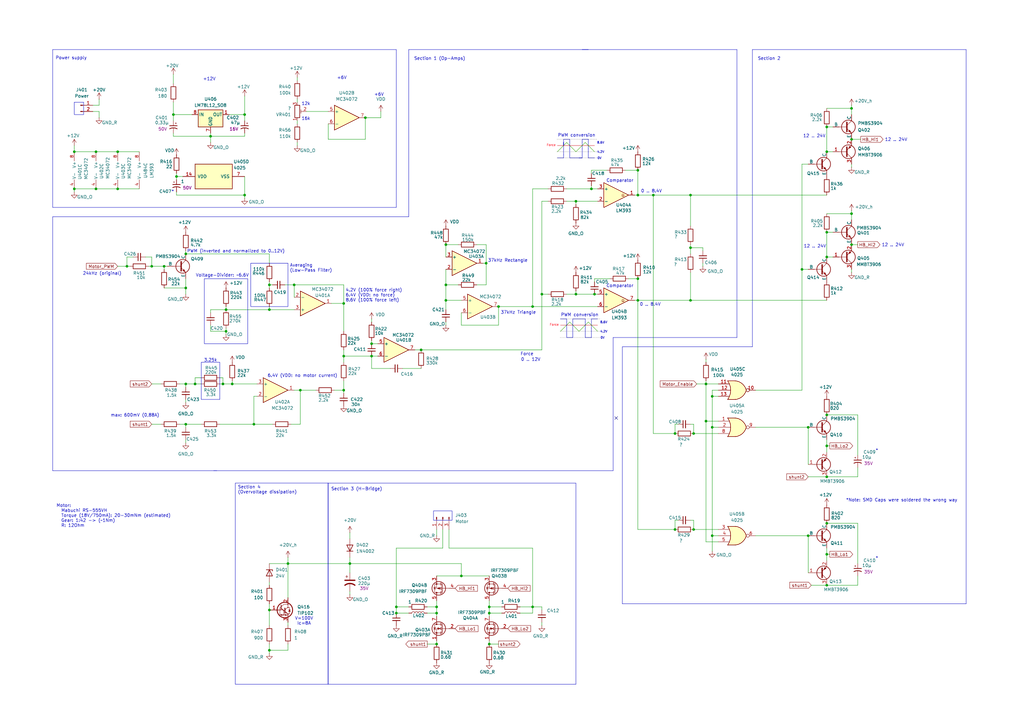
<source format=kicad_sch>
(kicad_sch (version 20250114) (generator "eeschema") (generator_version "9.0")
  (paper "A3")
  (title_block (title "Motor Control H-Bridge PCB") (date "2026-01-14") (rev "1.0") (company "Tobias Gunkel"))
  (rectangle (start 177.8 209.55) (end 185.42 213.36))
  (rectangle (start 96.52 198.12) (end 134.62 280.67))
  (rectangle (start 134.534 198.1389) (end 236.22 280.6699))
  (rectangle (start 83.82 114.3) (end 101.6 140.97))
  (rectangle (start 195.58 -38.1) (end 199.39 -22.86))
  (rectangle (start 102.87 107.95) (end 118.11 125.73))
  (rectangle (start 21.59 20.32) (end 162.56 85.09))
  (rectangle (start 82.55 148.59) (end 90.17 163.83))
  (rectangle (start 30.48 41.91) (end 34.29 46.99))
  (text "4.2V" (at 247.65 136.144 0) (effects (font (size 0.889 0.889))))
  (text "red" (at 205.486 -32.512 0) (effects (font (size 1.27 1.27))))
  (text "24kHz (original)" (at 41.91 112.268 0) (effects (font (size 1.27 1.27))))
  (text "Comparator" (at 254.254 74.168 0) (effects (font (size 1.27 1.27))))
  (text "Comparator" (at 254.254 117.348 0) (effects (font (size 1.27 1.27))))
  (text "PWM (inverted and normalized to 0..12V)" (at 96.774 103.124 0) (effects (font (size 1.27 1.27))))
  (text "Section 4\n(Overvoltage dissipation)" (at 97.536 200.914 0) (effects (font (size 1.27 1.27)) (justify left)))
  (text "Force" (at 226.06 59.69 0) (effects (font (size 0.889 0.889))))
  (text "12 .. 24V" (at 334.01 55.88 0) (effects (font (size 1.27 1.27))))
  (text "37kHz Rectangle" (at 208.28 106.934 0) (effects (font (size 1.27 1.27))))
  (text "Section 3 (H-Bridge)" (at 146.304 200.66 0) (effects (font (size 1.27 1.27))))
  (text "4.2V" (at 246.38 62.484 0) (effects (font (size 0.889 0.889))))
  (text "Motor:\n  Mabuchi RS-555VH\n  Torque (18V/750mA): 20-30mNm (estimated)\n  Gear: 1:42 -> (~1Nm)\n  R: 12Ohm" (at 23.114 211.582 0) (effects (font (size 1.27 1.27)) (justify left)))
  (text "Force" (at 227.33 133.35 0) (effects (font (size 0.889 0.889))))
  (text "brown" (at 206.502 -35.56 0) (effects (font (size 1.27 1.27))))
  (text "8.6V" (at 247.65 132.334 0) (effects (font (size 0.889 0.889))))
  (text "4.2V (100% force right)\n6.4V (VDD: no force)\n8.6V (100% force left)" (at 141.732 121.158 0) (effects (font (size 1.27 1.27)) (justify left)))
  (text "PWM conversion" (at 237.744 129.286 0) (effects (font (size 1.27 1.27))))
  (text "V=100V\nIc=8A\n" (at 124.714 254.762 0) (effects (font (size 1.27 1.27))))
  (text "Section 2" (at 315.468 24.13 0) (effects (font (size 1.27 1.27))))
  (text "0V" (at 247.142 138.684 0) (effects (font (size 0.889 0.889))))
  (text "8.6V" (at 246.38 58.674 0) (effects (font (size 0.889 0.889))))
  (text "+6V" (at 155.448 38.862 0) (effects (font (size 1.27 1.27))))
  (text "0 .. 8.4V" (at 267.208 78.486 0) (effects (font (size 1.27 1.27))))
  (text "Force" (at 216.154 145.288 0) (effects (font (size 1.27 1.27))))
  (text "Section 1 (Op-Amps)" (at 180.34 24.13 0) (effects (font (size 1.27 1.27))))
  (text "0V" (at 245.872 65.024 0) (effects (font (size 0.889 0.889))))
  (text "3.25k" (at 86.36 147.828 0) (effects (font (size 1.27 1.27))))
  (text "12 .. 24V" (at 366.268 100.584 0) (effects (font (size 1.27 1.27))))
  (text "Voltage-Divider: ~6.6V" (at 91.186 113.03 0) (effects (font (size 1.27 1.27))))
  (text "6.4V (VDD: no motor current)\n" (at 109.728 154.178 0) (effects (font (size 1.27 1.27)) (justify left)))
  (text "12k" (at 125.476 42.672 0) (effects (font (size 1.27 1.27))))
  (text "37kHz Triangle" (at 212.598 128.27 0) (effects (font (size 1.27 1.27))))
  (text "orange" (at 207.01 -30.226 0) (effects (font (size 1.27 1.27))))
  (text "0 .. 8.4V" (at 266.7 124.968 0) (effects (font (size 1.27 1.27))))
  (text "Power supply" (at 29.21 23.876 0) (effects (font (size 1.27 1.27))))
  (text "16k" (at 125.476 48.768 0) (effects (font (size 1.27 1.27))))
  (text "PWM conversion" (at 236.474 55.626 0) (effects (font (size 1.27 1.27))))
  (text "12 .. 24V" (at 367.538 57.404 0) (effects (font (size 1.27 1.27))))
  (text "Averaging\n(Low-Pass Filter)" (at 118.872 109.982 0) (effects (font (size 1.27 1.27)) (justify left)))
  (text "*" (at 359.664 184.912 0) (effects (font (size 1.27 1.27))))
  (text "*" (at 359.664 229.108 0) (effects (font (size 1.27 1.27))))
  (text "*Note: SMD Caps were soldered the wrong way" (at 369.824 205.232 0) (effects (font (size 1.27 1.27))))
  (text "+12V" (at 85.852 32.512 0) (effects (font (size 1.27 1.27))))
  (text "*" (at 70.866 78.74 0) (effects (font (size 1.27 1.27))))
  (text "12 .. 24V" (at 334.264 101.092 0) (effects (font (size 1.27 1.27))))
  (text "0 .. 12V" (at 217.678 147.574 0) (effects (font (size 1.27 1.27))))
  (text "max: 600mV (0,88A)" (at 55.372 170.434 0) (effects (font (size 1.27 1.27))))
  (text "+6V" (at 140.208 32.004 0) (effects (font (size 1.27 1.27))))
  (junction (at 76.2 104.14))
  (junction (at 349.25 44.45))
  (junction (at 292.1 162.56))
  (junction (at 331.47 175.26))
  (junction (at 243.84 120.65))
  (junction (at 236.22 82.55))
  (junction (at 72.39 72.39))
  (junction (at 218.44 248.92))
  (junction (at 218.44 125.73))
  (junction (at 289.56 172.72))
  (junction (at 182.88 100.33))
  (junction (at 200.66 248.92))
  (junction (at 261.62 123.19))
  (junction (at 140.97 146.05))
  (junction (at 283.21 101.6))
  (junction (at 182.88 123.19))
  (junction (at 123.19 160.02))
  (junction (at 349.25 100.33))
  (junction (at 283.21 123.19))
  (junction (at 349.25 87.63))
  (junction (at 95.25 157.48))
  (junction (at 284.48 177.8))
  (junction (at 276.86 177.8))
  (junction (at 292.1 219.71))
  (junction (at 339.09 227.33))
  (junction (at 30.48 77.47))
  (junction (at 91.44 157.48))
  (junction (at 289.56 157.48))
  (junction (at 284.48 217.17))
  (junction (at 339.09 105.41))
  (junction (at 48.26 77.47))
  (junction (at 110.49 127))
  (junction (at 267.97 80.01))
  (junction (at 162.56 248.92))
  (junction (at 76.2 118.11))
  (junction (at 92.71 135.89))
  (junction (at 52.07 109.22))
  (junction (at 149.86 48.26))
  (junction (at 67.31 109.22))
  (junction (at 39.37 77.47))
  (junction (at 339.09 52.07))
  (junction (at 152.4 146.05))
  (junction (at 331.47 219.71))
  (junction (at 242.57 77.47))
  (junction (at 152.4 140.97))
  (junction (at 92.71 127))
  (junction (at 48.26 62.23))
  (junction (at 71.12 46.99))
  (junction (at 292.1 175.26))
  (junction (at 179.07 251.46))
  (junction (at 100.33 80.01))
  (junction (at 30.48 62.23))
  (junction (at 140.97 160.02))
  (junction (at 110.49 250.19))
  (junction (at 199.39 107.95))
  (junction (at 339.09 182.88))
  (junction (at 39.37 62.23))
  (junction (at 339.09 240.03))
  (junction (at 120.65 116.84))
  (junction (at 110.49 266.7))
  (junction (at 328.93 110.49))
  (junction (at 339.09 214.63))
  (junction (at 118.11 231.14))
  (junction (at 179.07 248.92))
  (junction (at 339.09 95.25))
  (junction (at 140.97 124.46))
  (junction (at 339.09 170.18))
  (junction (at 76.2 157.48))
  (junction (at 261.62 69.85))
  (junction (at 62.23 109.22))
  (junction (at 172.72 143.51))
  (junction (at 104.14 173.99))
  (junction (at 236.22 120.65))
  (junction (at 179.07 264.16))
  (junction (at 200.66 251.46))
  (junction (at 204.47 125.73))
  (junction (at 100.33 46.99))
  (junction (at 222.25 120.65))
  (junction (at 276.86 217.17))
  (junction (at 339.09 195.58))
  (junction (at 110.49 116.84))
  (junction (at 200.66 264.16))
  (junction (at 86.36 55.88))
  (junction (at 162.56 251.46))
  (junction (at 261.62 114.3))
  (junction (at 80.01 157.48))
  (junction (at 339.09 62.23))
  (junction (at 189.23 236.22))
  (junction (at 349.25 57.15))
  (junction (at 76.2 173.99))
  (junction (at 143.51 231.14))
  (junction (at 261.62 80.01))
  (junction (at 182.88 116.84))
  (junction (at 283.21 80.01))
  (no_connect (at 252.73 171.45))
  (polyline (pts (xy 229.87 135.89) (xy 233.68 132.08)) (stroke (width 0) (color 52 163 6 1)))
  (wire (pts (xy 54.61 105.41) (xy 52.07 105.41)))
  (wire (pts (xy 110.49 264.16) (xy 110.49 266.7)))
  (wire (pts (xy 189.23 128.27) (xy 189.23 133.35)))
  (polyline (pts (xy 232.41 130.81) (xy 232.41 132.08)))
  (wire (pts (xy 72.39 80.01) (xy 72.39 78.74)))
  (wire (pts (xy 118.11 228.6) (xy 118.11 231.14)))
  (wire (pts (xy 267.97 177.8) (xy 276.86 177.8)))
  (wire (pts (xy 76.2 173.99) (xy 82.55 173.99)))
  (polyline (pts (xy 251.46 193.04) (xy 88.9 193.04)))
  (polyline (pts (xy 238.76 62.23) (xy 238.76 64.77)))
  (polyline (pts (xy 240.03 133.35) (xy 240.03 132.08)))
  (wire (pts (xy 30.48 77.47) (xy 30.48 78.74)))
  (wire (pts (xy 341.63 95.25) (xy 339.09 95.25)))
  (wire (pts (xy 129.54 160.02) (xy 123.19 160.02)))
  (wire (pts (xy 86.36 135.89) (xy 92.71 135.89)))
  (wire (pts (xy 48.26 62.23) (xy 57.15 62.23)))
  (wire (pts (xy 76.2 157.48) (xy 76.2 158.75)))
  (wire (pts (xy 123.19 173.99) (xy 119.38 173.99)))
  (wire (pts (xy 60.96 109.22) (xy 62.23 109.22)))
  (wire (pts (xy 182.88 100.33) (xy 182.88 105.41)))
  (wire (pts (xy 118.11 231.14) (xy 118.11 245.11)))
  (wire (pts (xy 72.39 72.39) (xy 72.39 73.66)))
  (polyline (pts (xy 238.76 62.23) (xy 238.76 60.96)))
  (polyline (pts (xy 240.03 135.89) (xy 240.03 134.62)))
  (wire (pts (xy 95.25 156.21) (xy 95.25 157.48)))
  (wire (pts (xy 261.62 123.19) (xy 260.35 123.19)))
  (wire (pts (xy 52.07 109.22) (xy 48.26 109.22)))
  (wire (pts (xy 339.09 227.33) (xy 339.09 229.87)))
  (wire (pts (xy 105.41 162.56) (xy 104.14 162.56)))
  (wire (pts (xy 76.2 157.48) (xy 73.66 157.48)))
  (wire (pts (xy 152.4 139.7) (xy 152.4 140.97)))
  (polyline (pts (xy 234.95 130.81) (xy 240.03 130.81)))
  (wire (pts (xy 261.62 123.19) (xy 261.62 217.17)))
  (polyline (pts (xy 228.6 59.69) (xy 243.84 59.69)) (stroke (width 0) (color 213 40 52 1)))
  (wire (pts (xy 110.49 127) (xy 120.65 127)))
  (wire (pts (xy 203.2 -29.21) (xy 220.98 -29.21)))
  (wire (pts (xy 351.79 240.03) (xy 339.09 240.03)))
  (wire (pts (xy 339.09 227.33) (xy 340.36 227.33)))
  (wire (pts (xy 118.11 256.54) (xy 118.11 255.27)))
  (wire (pts (xy 339.09 95.25) (xy 339.09 105.41)))
  (polyline (pts (xy 229.87 133.35) (xy 245.11 133.35)) (stroke (width 0) (color 213 40 52 1)))
  (wire (pts (xy 236.22 120.65) (xy 243.84 120.65)))
  (polyline (pts (xy 255.27 142.24) (xy 255.27 247.65)))
  (wire (pts (xy 92.71 134.62) (xy 92.71 135.89)))
  (wire (pts (xy 204.47 133.35) (xy 189.23 133.35)))
  (wire (pts (xy 195.58 116.84) (xy 199.39 116.84)))
  (wire (pts (xy 120.65 116.84) (xy 120.65 121.92)))
  (wire (pts (xy 71.12 54.61) (xy 71.12 55.88)))
  (wire (pts (xy 72.39 71.12) (xy 72.39 72.39)))
  (wire (pts (xy 181.61 217.17) (xy 181.61 224.79)))
  (wire (pts (xy 199.39 116.84) (xy 199.39 107.95)))
  (wire (pts (xy 110.49 104.14) (xy 110.49 107.95)))
  (polyline (pts (xy 238.76 59.69) (xy 238.76 60.96)))
  (polyline (pts (xy 231.14 58.42) (xy 231.14 59.69)))
  (wire (pts (xy 198.12 107.95) (xy 199.39 107.95)))
  (polyline (pts (xy 167.64 88.9) (xy 167.64 20.32)))
  (wire (pts (xy 100.33 39.37) (xy 100.33 46.99)))
  (wire (pts (xy 67.31 109.22) (xy 67.31 110.49)))
  (wire (pts (xy 76.2 114.3) (xy 76.2 118.11)))
  (wire (pts (xy 40.64 43.18) (xy 40.64 40.64)))
  (wire (pts (xy 276.86 213.36) (xy 278.13 213.36)))
  (wire (pts (xy 351.79 236.22) (xy 351.79 240.03)))
  (wire (pts (xy 232.41 77.47) (xy 242.57 77.47)))
  (wire (pts (xy 339.09 182.88) (xy 339.09 185.42)))
  (wire (pts (xy 100.33 46.99) (xy 100.33 49.53)))
  (polyline (pts (xy 237.49 64.77) (xy 238.76 64.77)))
  (wire (pts (xy 175.26 264.16) (xy 179.07 264.16)))
  (wire (pts (xy 134.62 50.8) (xy 134.62 57.15)))
  (wire (pts (xy 213.36 248.92) (xy 218.44 248.92)))
  (polyline (pts (xy 233.68 57.15) (xy 233.68 59.69)))
  (wire (pts (xy 341.63 52.07) (xy 339.09 52.07)))
  (wire (pts (xy 123.19 173.99) (xy 123.19 160.02)))
  (wire (pts (xy 203.2 -26.67) (xy 204.47 -26.67)))
  (wire (pts (xy 339.09 214.63) (xy 351.79 214.63)))
  (wire (pts (xy 182.88 116.84) (xy 182.88 123.19)))
  (wire (pts (xy 118.11 264.16) (xy 118.11 266.7)))
  (wire (pts (xy 222.25 120.65) (xy 222.25 143.51)))
  (polyline (pts (xy 242.57 133.35) (xy 242.57 134.62)))
  (polyline (pts (xy 236.22 62.23) (xy 232.41 58.42)) (stroke (width 0) (color 52 163 6 1)))
  (polyline (pts (xy 231.14 57.15) (xy 233.68 57.15)))
  (wire (pts (xy 331.47 195.58) (xy 339.09 195.58)))
  (polyline (pts (xy 237.49 64.77) (xy 238.76 64.77)))
  (wire (pts (xy 309.88 175.26) (xy 331.47 175.26)))
  (wire (pts (xy 100.33 72.39) (xy 100.33 80.01)))
  (wire (pts (xy 339.09 240.03) (xy 332.74 240.03)))
  (wire (pts (xy 149.86 57.15) (xy 149.86 48.26)))
  (wire (pts (xy 242.57 77.47) (xy 245.11 77.47)))
  (polyline (pts (xy 238.76 57.15) (xy 238.76 58.42)))
  (wire (pts (xy 140.97 146.05) (xy 152.4 146.05)))
  (wire (pts (xy 181.61 224.79) (xy 162.56 224.79)))
  (wire (pts (xy 242.57 76.2) (xy 242.57 77.47)))
  (wire (pts (xy 218.44 77.47) (xy 218.44 125.73)))
  (wire (pts (xy 86.36 128.27) (xy 86.36 127)))
  (wire (pts (xy 223.52 -31.75) (xy 223.52 -25.4)))
  (polyline (pts (xy 232.41 138.43) (xy 234.95 138.43)))
  (wire (pts (xy 92.71 135.89) (xy 92.71 137.16)))
  (wire (pts (xy 116.84 116.84) (xy 120.65 116.84)))
  (wire (pts (xy 66.04 157.48) (xy 62.23 157.48)))
  (wire (pts (xy 349.25 43.18) (xy 349.25 44.45)))
  (wire (pts (xy 175.26 251.46) (xy 179.07 251.46)))
  (wire (pts (xy 110.49 115.57) (xy 110.49 116.84)))
  (wire (pts (xy 66.04 173.99) (xy 62.23 173.99)))
  (wire (pts (xy 242.57 69.85) (xy 242.57 71.12)))
  (wire (pts (xy 339.09 105.41) (xy 341.63 105.41)))
  (wire (pts (xy 204.47 125.73) (xy 204.47 133.35)))
  (wire (pts (xy 200.66 248.92) (xy 200.66 251.46)))
  (polyline (pts (xy 242.57 130.81) (xy 242.57 133.35)) (stroke (width 0) (type solid)))
  (wire (pts (xy 143.51 228.6) (xy 143.51 231.14)))
  (wire (pts (xy 218.44 125.73) (xy 245.11 125.73)))
  (wire (pts (xy 179.07 217.17) (xy 179.07 219.71)))
  (polyline (pts (xy 241.3 57.15) (xy 241.3 59.69)) (stroke (width 0) (type solid)))
  (wire (pts (xy 243.84 120.65) (xy 245.11 120.65)))
  (wire (pts (xy 62.23 109.22) (xy 62.23 105.41)))
  (wire (pts (xy 339.09 195.58) (xy 351.79 195.58)))
  (wire (pts (xy 86.36 55.88) (xy 86.36 58.42)))
  (wire (pts (xy 349.25 57.15) (xy 353.06 57.15)))
  (wire (pts (xy 121.92 31.75) (xy 121.92 33.02)))
  (wire (pts (xy 162.56 248.92) (xy 167.64 248.92)))
  (wire (pts (xy 236.22 82.55) (xy 245.11 82.55)))
  (wire (pts (xy 200.66 251.46) (xy 200.66 252.73)))
  (wire (pts (xy 76.2 163.83) (xy 76.2 165.1)))
  (wire (pts (xy 110.49 266.7) (xy 118.11 266.7)))
  (wire (pts (xy 339.09 44.45) (xy 349.25 44.45)))
  (wire (pts (xy 276.86 213.36) (xy 276.86 217.17)))
  (wire (pts (xy 243.84 114.3) (xy 243.84 115.57)))
  (wire (pts (xy 76.2 180.34) (xy 76.2 181.61)))
  (wire (pts (xy 90.17 157.48) (xy 91.44 157.48)))
  (wire (pts (xy 71.12 41.91) (xy 71.12 46.99)))
  (wire (pts (xy 76.2 118.11) (xy 76.2 120.65)))
  (polyline (pts (xy 242.57 130.81) (xy 245.11 130.81)) (stroke (width 0) (type solid)))
  (wire (pts (xy 52.07 105.41) (xy 52.07 109.22)))
  (polyline (pts (xy 242.57 134.62) (xy 242.57 135.89)))
  (wire (pts (xy 179.07 262.89) (xy 179.07 264.16)))
  (wire (pts (xy 100.33 80.01) (xy 100.33 81.28)))
  (wire (pts (xy 283.21 101.6) (xy 283.21 104.14)))
  (wire (pts (xy 267.97 80.01) (xy 283.21 80.01)))
  (wire (pts (xy 349.25 67.31) (xy 349.25 68.58)))
  (wire (pts (xy 125.73 45.72) (xy 134.62 45.72)))
  (wire (pts (xy 339.09 62.23) (xy 341.63 62.23)))
  (wire (pts (xy 339.09 224.79) (xy 339.09 227.33)))
  (wire (pts (xy 288.29 101.6) (xy 283.21 101.6)))
  (wire (pts (xy 242.57 69.85) (xy 248.92 69.85)))
  (wire (pts (xy 48.26 77.47) (xy 57.15 77.47)))
  (wire (pts (xy 218.44 248.92) (xy 222.25 248.92)))
  (wire (pts (xy 90.17 154.94) (xy 91.44 154.94)))
  (wire (pts (xy 289.56 157.48) (xy 289.56 172.72)))
  (wire (pts (xy 289.56 157.48) (xy 294.64 157.48)))
  (wire (pts (xy 162.56 224.79) (xy 162.56 248.92)))
  (wire (pts (xy 289.56 172.72) (xy 294.64 172.72)))
  (polyline (pts (xy 228.6 62.23) (xy 232.41 58.42)) (stroke (width 0) (color 52 163 6 1)))
  (wire (pts (xy 143.51 231.14) (xy 189.23 231.14)))
  (wire (pts (xy 179.07 251.46) (xy 179.07 252.73)))
  (wire (pts (xy 289.56 172.72) (xy 289.56 222.25)))
  (wire (pts (xy 284.48 213.36) (xy 283.21 213.36)))
  (polyline (pts (xy 231.14 58.42) (xy 231.14 59.69)))
  (wire (pts (xy 351.79 231.14) (xy 351.79 214.63)))
  (wire (pts (xy 256.54 69.85) (xy 261.62 69.85)))
  (wire (pts (xy 284.48 173.99) (xy 283.21 173.99)))
  (wire (pts (xy 104.14 173.99) (xy 104.14 162.56)))
  (wire (pts (xy 351.79 170.18) (xy 351.79 186.69)))
  (wire (pts (xy 160.02 151.13) (xy 152.4 151.13)))
  (wire (pts (xy 283.21 80.01) (xy 283.21 92.71)))
  (wire (pts (xy 289.56 147.32) (xy 289.56 148.59)))
  (wire (pts (xy 349.25 110.49) (xy 349.25 111.76)))
  (polyline (pts (xy 167.64 20.32) (xy 241.3 20.32)))
  (wire (pts (xy 222.25 250.19) (xy 222.25 248.92)))
  (wire (pts (xy 203.2 -31.75) (xy 223.52 -31.75)))
  (polyline (pts (xy 229.87 138.43) (xy 246.38 138.43)) (stroke (width 0) (type dot) (color 0 0 0 1)))
  (wire (pts (xy 260.35 80.01) (xy 261.62 80.01)))
  (wire (pts (xy 236.22 119.38) (xy 236.22 120.65)))
  (wire (pts (xy 232.41 120.65) (xy 236.22 120.65)))
  (wire (pts (xy 80.01 154.94) (xy 80.01 157.48)))
  (wire (pts (xy 72.39 80.01) (xy 100.33 80.01)))
  (wire (pts (xy 218.44 224.79) (xy 218.44 248.92)))
  (wire (pts (xy 110.49 247.65) (xy 110.49 250.19)))
  (polyline (pts (xy 238.76 20.32) (xy 302.26 20.32)))
  (wire (pts (xy 140.97 160.02) (xy 140.97 156.21)))
  (polyline (pts (xy 229.87 130.81) (xy 232.41 130.81)))
  (wire (pts (xy 30.48 77.47) (xy 39.37 77.47)))
  (polyline (pts (xy 302.26 20.32) (xy 302.26 138.43)))
  (wire (pts (xy 200.66 246.38) (xy 200.66 248.92)))
  (wire (pts (xy 39.37 77.47) (xy 48.26 77.47)))
  (wire (pts (xy 175.26 248.92) (xy 179.07 248.92)))
  (wire (pts (xy 76.2 118.11) (xy 67.31 118.11)))
  (wire (pts (xy 30.48 62.23) (xy 39.37 62.23)))
  (polyline (pts (xy 21.59 88.9) (xy 21.59 193.04)))
  (wire (pts (xy 339.09 87.63) (xy 349.25 87.63)))
  (polyline (pts (xy 241.3 62.23) (xy 241.3 64.77)))
  (wire (pts (xy 140.97 146.05) (xy 140.97 148.59)))
  (polyline (pts (xy 237.49 135.89) (xy 241.3 132.08)) (stroke (width 0) (color 52 163 6 1)))
  (polyline (pts (xy 88.9 193.04) (xy 87.63 193.04)))
  (wire (pts (xy 86.36 135.89) (xy 86.36 133.35)))
  (wire (pts (xy 110.49 266.7) (xy 110.49 267.97)))
  (wire (pts (xy 140.97 135.89) (xy 140.97 124.46)))
  (wire (pts (xy 200.66 264.16) (xy 200.66 262.89)))
  (wire (pts (xy 121.92 59.69) (xy 121.92 58.42)))
  (wire (pts (xy 95.25 157.48) (xy 105.41 157.48)))
  (wire (pts (xy 261.62 114.3) (xy 261.62 123.19)))
  (polyline (pts (xy 231.14 57.15) (xy 231.14 58.42)))
  (polyline (pts (xy 238.76 57.15) (xy 241.3 57.15)))
  (wire (pts (xy 351.79 191.77) (xy 351.79 195.58)))
  (polyline (pts (xy 238.76 59.69) (xy 238.76 58.42)))
  (wire (pts (xy 294.64 175.26) (xy 292.1 175.26)))
  (wire (pts (xy 38.1 43.18) (xy 40.64 43.18)))
  (polyline (pts (xy 396.24 247.65) (xy 396.24 20.32)))
  (wire (pts (xy 100.33 54.61) (xy 100.33 55.88)))
  (wire (pts (xy 92.71 125.73) (xy 92.71 127)))
  (wire (pts (xy 292.1 175.26) (xy 292.1 219.71)))
  (polyline (pts (xy 242.57 135.89) (xy 242.57 138.43)))
  (polyline (pts (xy 233.68 64.77) (xy 237.49 64.77)))
  (wire (pts (xy 213.36 251.46) (xy 218.44 251.46)))
  (polyline (pts (xy 231.14 58.42) (xy 231.14 59.69)))
  (wire (pts (xy 283.21 123.19) (xy 339.09 123.19)))
  (wire (pts (xy 152.4 146.05) (xy 152.4 151.13)))
  (polyline (pts (xy 241.3 59.69) (xy 241.3 60.96)))
  (wire (pts (xy 331.47 175.26) (xy 331.47 190.5)))
  (wire (pts (xy 261.62 69.85) (xy 261.62 80.01)))
  (wire (pts (xy 292.1 160.02) (xy 294.64 160.02)))
  (wire (pts (xy 339.09 180.34) (xy 339.09 182.88)))
  (wire (pts (xy 86.36 127) (xy 92.71 127)))
  (wire (pts (xy 179.07 248.92) (xy 179.07 251.46)))
  (wire (pts (xy 218.44 224.79) (xy 184.15 224.79)))
  (wire (pts (xy 104.14 173.99) (xy 111.76 173.99)))
  (polyline (pts (xy 228.6 64.77) (xy 245.11 64.77)) (stroke (width 0) (type dot) (color 0 0 0 1)))
  (wire (pts (xy 328.93 67.31) (xy 328.93 110.49)))
  (wire (pts (xy 187.96 116.84) (xy 182.88 116.84)))
  (wire (pts (xy 76.2 173.99) (xy 73.66 173.99)))
  (polyline (pts (xy 231.14 59.69) (xy 231.14 63.5)))
  (wire (pts (xy 110.49 231.14) (xy 118.11 231.14)))
  (wire (pts (xy 110.49 116.84) (xy 110.49 118.11)))
  (wire (pts (xy 53.34 109.22) (xy 52.07 109.22)))
  (wire (pts (xy 74.93 72.39) (xy 72.39 72.39)))
  (wire (pts (xy 179.07 246.38) (xy 179.07 248.92)))
  (polyline (pts (xy 302.26 138.43) (xy 251.46 138.43)))
  (wire (pts (xy 134.62 57.15) (xy 149.86 57.15)))
  (wire (pts (xy 261.62 123.19) (xy 283.21 123.19)))
  (wire (pts (xy 218.44 77.47) (xy 224.79 77.47)))
  (wire (pts (xy 222.25 143.51) (xy 172.72 143.51)))
  (polyline (pts (xy 240.03 133.35) (xy 240.03 134.62)))
  (polyline (pts (xy 396.24 20.32) (xy 308.61 20.32)))
  (wire (pts (xy 257.81 114.3) (xy 261.62 114.3)))
  (wire (pts (xy 156.21 48.26) (xy 149.86 48.26)))
  (wire (pts (xy 68.58 109.22) (xy 67.31 109.22)))
  (wire (pts (xy 92.71 127) (xy 110.49 127)))
  (polyline (pts (xy 234.95 138.43) (xy 234.95 130.81)))
  (polyline (pts (xy 255.27 247.65) (xy 396.24 247.65)))
  (wire (pts (xy 218.44 248.92) (xy 218.44 251.46)))
  (polyline (pts (xy 232.41 132.08) (xy 232.41 138.43)))
  (wire (pts (xy 110.49 250.19) (xy 110.49 256.54)))
  (wire (pts (xy 222.25 82.55) (xy 224.79 82.55)))
  (wire (pts (xy 328.93 110.49) (xy 331.47 110.49)))
  (polyline (pts (xy 240.03 135.89) (xy 240.03 138.43)))
  (wire (pts (xy 292.1 219.71) (xy 294.64 219.71)))
  (wire (pts (xy 121.92 40.64) (xy 121.92 41.91)))
  (wire (pts (xy 179.07 236.22) (xy 189.23 236.22)))
  (wire (pts (xy 76.2 102.87) (xy 76.2 104.14)))
  (wire (pts (xy 140.97 124.46) (xy 135.89 124.46)))
  (wire (pts (xy 121.92 49.53) (xy 121.92 50.8)))
  (wire (pts (xy 243.84 114.3) (xy 250.19 114.3)))
  (wire (pts (xy 289.56 222.25) (xy 294.64 222.25)))
  (wire (pts (xy 182.88 127) (xy 182.88 123.19)))
  (wire (pts (xy 78.74 46.99) (xy 71.12 46.99)))
  (wire (pts (xy 110.49 238.76) (xy 110.49 240.03)))
  (wire (pts (xy 123.19 160.02) (xy 120.65 160.02)))
  (wire (pts (xy 91.44 154.94) (xy 91.44 157.48)))
  (wire (pts (xy 222.25 120.65) (xy 224.79 120.65)))
  (wire (pts (xy 86.36 54.61) (xy 86.36 55.88)))
  (polyline (pts (xy 233.68 60.96) (xy 233.68 64.77)))
  (polyline (pts (xy 233.68 59.69) (xy 233.68 60.96)))
  (wire (pts (xy 205.74 251.46) (xy 200.66 251.46)))
  (polyline (pts (xy 241.3 64.77) (xy 243.84 64.77)))
  (polyline (pts (xy 228.6 57.15) (xy 245.11 57.15)) (stroke (width 0) (type dot) (color 0 0 0 1)))
  (wire (pts (xy 71.12 55.88) (xy 86.36 55.88)))
  (polyline (pts (xy 241.3 60.96) (xy 241.3 62.23)))
  (wire (pts (xy 226.06 -34.29) (xy 226.06 -29.21)))
  (wire (pts (xy 30.48 59.69) (xy 30.48 62.23)))
  (wire (pts (xy 222.25 255.27) (xy 222.25 256.54)))
  (wire (pts (xy 220.98 -29.21) (xy 220.98 -20.32)))
  (wire (pts (xy 80.01 154.94) (xy 82.55 154.94)))
  (polyline (pts (xy 88.9 193.04) (xy 21.59 193.04)))
  (wire (pts (xy 278.13 173.99) (xy 276.86 173.99)))
  (wire (pts (xy 110.49 127) (xy 110.49 125.73)))
  (polyline (pts (xy 228.6 62.23) (xy 245.11 62.23)) (stroke (width 0) (type dot) (color 0 0 0 1)))
  (polyline (pts (xy 240.03 138.43) (xy 242.57 138.43)))
  (wire (pts (xy 284.48 173.99) (xy 284.48 177.8)))
  (wire (pts (xy 71.12 46.99) (xy 71.12 49.53)))
  (wire (pts (xy 349.25 86.36) (xy 349.25 87.63)))
  (wire (pts (xy 162.56 248.92) (xy 162.56 251.46)))
  (wire (pts (xy 104.14 173.99) (xy 90.17 173.99)))
  (wire (pts (xy 143.51 218.44) (xy 143.51 220.98)))
  (wire (pts (xy 76.2 157.48) (xy 80.01 157.48)))
  (wire (pts (xy 199.39 100.33) (xy 199.39 107.95)))
  (wire (pts (xy 204.47 125.73) (xy 218.44 125.73)))
  (wire (pts (xy 288.29 101.6) (xy 288.29 102.87)))
  (polyline (pts (xy 229.87 135.89) (xy 246.38 135.89)) (stroke (width 0) (type dot) (color 0 0 0 1)))
  (wire (pts (xy 143.51 242.57) (xy 143.51 243.84)))
  (wire (pts (xy 292.1 162.56) (xy 292.1 160.02)))
  (wire (pts (xy 162.56 251.46) (xy 167.64 251.46)))
  (wire (pts (xy 140.97 160.02) (xy 140.97 161.29)))
  (wire (pts (xy 236.22 82.55) (xy 236.22 83.82)))
  (wire (pts (xy 170.18 143.51) (xy 172.72 143.51)))
  (polyline (pts (xy 231.14 63.5) (xy 231.14 64.77)))
  (polyline (pts (xy 251.46 138.43) (xy 251.46 193.04)))
  (wire (pts (xy 199.39 100.33) (xy 195.58 100.33)))
  (wire (pts (xy 267.97 80.01) (xy 267.97 177.8)))
  (wire (pts (xy 62.23 109.22) (xy 67.31 109.22)))
  (wire (pts (xy 261.62 80.01) (xy 267.97 80.01)))
  (wire (pts (xy 152.4 132.08) (xy 152.4 130.81)))
  (wire (pts (xy 200.66 264.16) (xy 204.47 264.16)))
  (wire (pts (xy 284.48 213.36) (xy 284.48 217.17)))
  (wire (pts (xy 91.44 157.48) (xy 95.25 157.48)))
  (wire (pts (xy 349.25 44.45) (xy 349.25 46.99)))
  (wire (pts (xy 328.93 160.02) (xy 309.88 160.02)))
  (wire (pts (xy 276.86 173.99) (xy 276.86 177.8)))
  (wire (pts (xy 203.2 -24.13) (xy 204.47 -24.13)))
  (wire (pts (xy 140.97 143.51) (xy 140.97 146.05)))
  (wire (pts (xy 200.66 248.92) (xy 205.74 248.92)))
  (wire (pts (xy 283.21 80.01) (xy 339.09 80.01)))
  (wire (pts (xy 165.1 151.13) (xy 172.72 151.13)))
  (wire (pts (xy 288.29 107.95) (xy 288.29 109.22)))
  (polyline (pts (xy 236.22 62.23) (xy 240.03 58.42)) (stroke (width 0) (color 52 163 6 1)))
  (wire (pts (xy 289.56 156.21) (xy 289.56 157.48)))
  (wire (pts (xy 152.4 146.05) (xy 154.94 146.05)))
  (wire (pts (xy 152.4 140.97) (xy 154.94 140.97)))
  (wire (pts (xy 349.25 87.63) (xy 349.25 90.17)))
  (wire (pts (xy 283.21 111.76) (xy 283.21 123.19)))
  (wire (pts (xy 184.15 224.79) (xy 184.15 217.17)))
  (wire (pts (xy 118.11 231.14) (xy 143.51 231.14)))
  (polyline (pts (xy 245.11 135.89) (xy 241.3 132.08)) (stroke (width 0) (color 52 163 6 1)))
  (wire (pts (xy 292.1 219.71) (xy 292.1 226.06)))
  (wire (pts (xy 351.79 100.33) (xy 349.25 100.33)))
  (polyline (pts (xy 21.59 88.9) (xy 167.64 88.9)))
  (wire (pts (xy 339.09 62.23) (xy 339.09 52.07)))
  (wire (pts (xy 93.98 46.99) (xy 100.33 46.99)))
  (wire (pts (xy 328.93 110.49) (xy 328.93 160.02)))
  (wire (pts (xy 143.51 231.14) (xy 143.51 234.95)))
  (polyline (pts (xy 229.87 130.81) (xy 246.38 130.81)) (stroke (width 0) (type dot) (color 0 0 0 1)))
  (wire (pts (xy 340.36 182.88) (xy 339.09 182.88)))
  (polyline (pts (xy 308.61 142.24) (xy 255.27 142.24)))
  (wire (pts (xy 203.2 -34.29) (xy 226.06 -34.29)))
  (polyline (pts (xy 237.49 135.89) (xy 233.68 132.08)) (stroke (width 0) (color 52 163 6 1)))
  (wire (pts (xy 283.21 100.33) (xy 283.21 101.6)))
  (polyline (pts (xy 240.03 130.81) (xy 240.03 132.08)))
  (wire (pts (xy 182.88 123.19) (xy 189.23 123.19)))
  (wire (pts (xy 276.86 217.17) (xy 261.62 217.17)))
  (wire (pts (xy 120.65 116.84) (xy 140.97 116.84)))
  (wire (pts (xy 80.01 157.48) (xy 82.55 157.48)))
  (wire (pts (xy 156.21 45.72) (xy 156.21 48.26)))
  (wire (pts (xy 292.1 162.56) (xy 294.64 162.56)))
  (wire (pts (xy 140.97 116.84) (xy 140.97 124.46)))
  (wire (pts (xy 62.23 105.41) (xy 59.69 105.41)))
  (wire (pts (xy 189.23 231.14) (xy 189.23 236.22)))
  (wire (pts (xy 182.88 110.49) (xy 182.88 116.84)))
  (wire (pts (xy 331.47 67.31) (xy 328.93 67.31)))
  (wire (pts (xy 292.1 162.56) (xy 292.1 175.26)))
  (wire (pts (xy 284.48 177.8) (xy 294.64 177.8)))
  (wire (pts (xy 39.37 62.23) (xy 48.26 62.23)))
  (wire (pts (xy 285.75 157.48) (xy 289.56 157.48)))
  (wire (pts (xy 111.76 116.84) (xy 110.49 116.84)))
  (polyline (pts (xy 243.84 62.23) (xy 240.03 58.42)) (stroke (width 0) (color 52 163 6 1)))
  (wire (pts (xy 294.64 217.17) (xy 284.48 217.17)))
  (wire (pts (xy 189.23 236.22) (xy 200.66 236.22)))
  (wire (pts (xy 71.12 30.48) (xy 71.12 34.29)))
  (wire (pts (xy 209.55 -36.83) (xy 209.55 -43.18)))
  (wire (pts (xy 182.88 132.08) (xy 182.88 133.35)))
  (wire (pts (xy 236.22 82.55) (xy 232.41 82.55)))
  (polyline (pts (xy 228.6 64.77) (xy 231.14 64.77)))
  (wire (pts (xy 203.2 -36.83) (xy 209.55 -36.83)))
  (wire (pts (xy 339.09 170.18) (xy 351.79 170.18)))
  (wire (pts (xy 76.2 104.14) (xy 110.49 104.14)))
  (wire (pts (xy 100.33 55.88) (xy 86.36 55.88)))
  (wire (pts (xy 76.2 173.99) (xy 76.2 175.26)))
  (wire (pts (xy 137.16 160.02) (xy 140.97 160.02)))
  (wire (pts (xy 222.25 82.55) (xy 222.25 120.65)))
  (wire (pts (xy 40.64 45.72) (xy 40.64 48.26)))
  (wire (pts (xy 309.88 219.71) (xy 331.47 219.71)))
  (wire (pts (xy 331.47 219.71) (xy 331.47 234.95)))
  (wire (pts (xy 182.88 100.33) (xy 187.96 100.33)))
  (polyline (pts (xy 308.61 20.32) (xy 308.61 142.24)))
  (wire (pts (xy 38.1 45.72) (xy 40.64 45.72)))
  (global_label "HB_Lo2" (shape output) (at 340.36 182.88 0) (property "Intersheetrefs" "${INTERSHEET_REFS}" (effects (hide yes))))
  (global_label "HB_Lo1" (shape input) (at 186.69 257.81 0) (property "Intersheetrefs" "${INTERSHEET_REFS}" (effects (hide yes))))
  (global_label "Motor_PWM" (shape output) (at 204.47 -24.13 0) (property "Intersheetrefs" "${INTERSHEET_REFS}" (effects (hide yes))))
  (global_label "shunt2" (shape input) (at 62.23 157.48 180) (property "Intersheetrefs" "${INTERSHEET_REFS}" (effects (hide yes))))
  (global_label "HB_Lo1" (shape output) (at 340.36 227.33 0) (property "Intersheetrefs" "${INTERSHEET_REFS}" (effects (hide yes))))
  (global_label "shunt2" (shape output) (at 204.47 264.16 0) (property "Intersheetrefs" "${INTERSHEET_REFS}" (effects (hide yes))))
  (global_label "HB_Hi1" (shape output) (at 353.06 57.15 0) (property "Intersheetrefs" "${INTERSHEET_REFS}" (effects (hide yes))))
  (global_label "shunt1" (shape output) (at 175.26 264.16 180) (property "Intersheetrefs" "${INTERSHEET_REFS}" (effects (hide yes))))
  (global_label "Motor_PWM" (shape input) (at 48.26 109.22 180) (property "Intersheetrefs" "${INTERSHEET_REFS}" (effects (hide yes))))
  (global_label "shunt1" (shape input) (at 332.74 240.03 180) (property "Intersheetrefs" "${INTERSHEET_REFS}" (effects (hide yes))))
  (global_label "HB_Hi2" (shape output) (at 351.79 100.33 0) (property "Intersheetrefs" "${INTERSHEET_REFS}" (effects (hide yes))))
  (global_label "shunt1" (shape input) (at 62.23 173.99 180) (property "Intersheetrefs" "${INTERSHEET_REFS}" (effects (hide yes))))
  (global_label "HB_Hi2" (shape input) (at 208.28 241.3 0) (property "Intersheetrefs" "${INTERSHEET_REFS}" (effects (hide yes))))
  (global_label "Motor_Enable" (shape output) (at 204.47 -26.67 0) (property "Intersheetrefs" "${INTERSHEET_REFS}" (effects (hide yes))))
  (global_label "shunt2" (shape input) (at 331.47 195.58 180) (property "Intersheetrefs" "${INTERSHEET_REFS}" (effects (hide yes))))
  (global_label "Motor_Enable" (shape input) (at 285.75 157.48 180) (property "Intersheetrefs" "${INTERSHEET_REFS}" (effects (hide yes))))
  (global_label "HB_Lo2" (shape input) (at 208.28 257.81 0) (property "Intersheetrefs" "${INTERSHEET_REFS}" (effects (hide yes))))
  (global_label "HB_Hi1" (shape input) (at 186.69 241.3 0) (property "Intersheetrefs" "${INTERSHEET_REFS}" (effects (hide yes))))
  (symbol (lib_id "power:GND3") (at 182.88 133.35 0) (unit 1)
    (property "Reference" "#PWR026" (effects (hide yes)))
    (property "Value" "GND_O" (at 179.324 132.842 0))
    (property "Description" "Power symbol creates a global label with name \"GND3\" , ground" (effects (hide yes)))
  )
  (symbol (lib_id "Device:L") (at 171.45 251.46 90) (unit 1)
    (property "Reference" "L402" (at 171.704 252.476 90))
    (property "Value" "L" (effects (hide yes)))
    (property "Description" "Inductor" (effects (hide yes)))
  )
  (symbol (lib_id "Device:D_Zener") (at 110.49 234.95 270) (unit 1)
    (property "Reference" "D401" (at 113.03 233.6799 90) (effects (justify left)))
    (property "Value" "24V" (at 113.03 236.2199 90) (effects (justify left)))
    (property "Description" "Zener diode" (effects (hide yes)))
  )
  (symbol (lib_id "Device:R") (at 92.71 121.92 180) (unit 1)
    (property "Reference" "R443" (at 94.234 120.142 0) (effects (justify right)))
    (property "Value" "220k" (at 94.488 121.92 0) (effects (justify right)))
    (property "Description" "Resistor" (effects (hide yes)))
  )
  (symbol (lib_id "power:GND2") (at 162.56 256.54 0) (unit 1)
    (property "Reference" "#PWR016" (effects (hide yes)))
    (property "Value" "GND_R" (at 162.052 260.858 0))
    (property "Description" "Power symbol creates a global label with name \"GND2\" , ground" (effects (hide yes)))
  )
  (symbol (lib_id "Device:R") (at 236.22 87.63 0) (unit 1)
    (property "Reference" "R434" (at 237.744 87.122 0) (effects (justify left)))
    (property "Value" "82k" (at 237.998 89.154 0) (effects (justify left)))
    (property "Description" "Resistor" (effects (hide yes)))
  )
  (symbol (lib_id "PCM_SparkFun-Capacitor:C_Polarized_Small") (at 71.12 52.07 0) (mirror y) (unit 1)
    (property "Reference" "C401" (at 68.834 48.26 0) (effects (justify left)))
    (property "Value" "0,33µ" (at 69.342 50.292 0) (effects (justify left)))
    (property "Datasheet" "https://cdn.sparkfun.com/assets/8/a/4/a/5/Kemet_Capacitor_Datasheet.pdf" (effects (hide yes)))
    (property "Description" "Polarized capacitor, US symbol" (effects (hide yes)))
    (property "PROD_ID" "CAP-00000" (effects (hide yes)))
    (property "Voltage" "50V" (at 68.58 52.9081 0) (effects (justify left)))
    (property "Tolerance" "100%" (effects (hide yes)))
  )
  (symbol (lib_id "PCM_SparkFun-Capacitor:C_Small") (at 76.2 177.8 0) (mirror y) (unit 1)
    (property "Reference" "C425" (at 81.534 180.086 0) (effects (justify left)))
    (property "Value" "C_Small" (effects (hide yes)))
    (property "Footprint" "PCM_SparkFun-Capacitor:C_0603_1608Metric" (effects (hide yes)))
    (property "Datasheet" "https://cdn.sparkfun.com/assets/8/a/4/a/5/Kemet_Capacitor_Datasheet.pdf" (effects (hide yes)))
    (property "Description" "Unpolarized capacitor" (effects (hide yes)))
    (property "PROD_ID" "CAP-00000" (effects (hide yes)))
    (property "Voltage" "1kV" (effects (hide yes)))
    (property "Tolerance" "100%" (effects (hide yes)))
  )
  (symbol (lib_id "Amplifier_Operational:MC33078") (at 190.5 107.95 0) (unit 1)
    (property "Reference" "U403" (at 195.326 105.156 0))
    (property "Value" "MC34072" (at 194.564 103.124 0))
    (property "Datasheet" "https://www.onsemi.com/pub/Collateral/MC33078-D.PDF" (effects (hide yes)))
    (property "Description" "Low Noise, Dual Operational Amplifiers, DIP-8/SOIC-8/SSOP-8" (effects (hide yes)))
  )
  (symbol (lib_id "Device:R") (at 69.85 157.48 90) (mirror x) (unit 1)
    (property "Reference" "R438" (at 67.564 160.02 90) (effects (justify right)))
    (property "Value" "1.5k" (at 68.326 162.052 90) (effects (justify right)))
    (property "Description" "Resistor" (effects (hide yes)))
  )
  (symbol (lib_id "Connector:Conn_01x02_Pin") (at 33.02 43.18 0) (unit 1)
    (property "Reference" "J401" (at 33.528 36.83 0))
    (property "Value" "Power" (at 33.528 39.37 0))
    (property "Description" "Generic connector, single row, 01x02, script generated" (effects (hide yes)))
  )
  (symbol (lib_id "Device:R") (at 289.56 152.4 180) (unit 1)
    (property "Reference" "R415" (at 291.592 151.638 0) (effects (justify right)))
    (property "Value" "100k" (at 292.354 153.924 0) (effects (justify right)))
    (property "Description" "Resistor" (effects (hide yes)))
  )
  (symbol (lib_id "power:VDD") (at 182.88 92.71 0) (unit 1)
    (property "Reference" "#PWR027" (effects (hide yes)))
    (property "Value" "VDD" (at 186.436 90.932 0))
    (property "Description" "Power symbol creates a global label with name \"VDD\"" (effects (hide yes)))
  )
  (symbol (lib_id "Comparator:LM393") (at 59.69 69.85 0) (unit 3)
    (property "Reference" "U484" (at 59.69 73.152 90) (effects (justify left)))
    (property "Value" "LM393" (at 62.23 73.152 90) (effects (justify left)))
    (property "Datasheet" "http://www.ti.com/lit/ds/symlink/lm393.pdf" (effects (hide yes)))
    (property "Description" "Low-Power, Low-Offset Voltage, Dual Comparators, DIP-8/SOIC-8/TO-99-8" (effects (hide yes)))
  )
  (symbol (lib_id "Simulation_SPICE:NPN") (at 336.55 110.49 0) (unit 1)
    (property "Reference" "Q414" (at 330.962 113.792 0) (effects (justify left)))
    (property "Value" "PMBS3904" (effects (hide yes)))
    (property "Datasheet" "https://ngspice.sourceforge.io/docs/ngspice-html-manual/manual.xhtml#cha_BJTs" (effects (hide yes)))
    (property "Description" "Bipolar transistor symbol for simulation only, substrate tied to the emitter" (effects (hide yes)))
    (property "Sim.Device" "NPN" (effects (hide yes)))
    (property "Sim.Type" "GUMMELPOON" (effects (hide yes)))
    (property "Sim.Pins" "1=C 2=B 3=E" (effects (hide yes)))
  )
  (symbol (lib_id "power:VDD") (at 72.39 63.5 0) (unit 1)
    (property "Reference" "#PWR022" (effects (hide yes)))
    (property "Value" "VDD" (at 69.596 61.722 0))
    (property "Description" "Power symbol creates a global label with name \"VDD\"" (effects (hide yes)))
  )
  (symbol (lib_id "Device:R") (at 339.09 76.2 180) (unit 1)
    (property "Reference" "R436" (at 340.614 75.438 0) (effects (justify right)))
    (property "Value" "1k" (at 340.614 77.216 0) (effects (justify right)))
    (property "Description" "Resistor" (effects (hide yes)))
  )
  (symbol (lib_id "Simulation_SPICE:NPN") (at 73.66 109.22 0) (unit 1)
    (property "Reference" "Q409" (at 78.232 106.172 0) (effects (justify left)))
    (property "Value" "PMBS3904" (at 63.754 105.156 0) (effects (justify left)))
    (property "Datasheet" "https://ngspice.sourceforge.io/docs/ngspice-html-manual/manual.xhtml#cha_BJTs" (effects (hide yes)))
    (property "Description" "Bipolar transistor symbol for simulation only, substrate tied to the emitter" (effects (hide yes)))
    (property "Sim.Device" "NPN" (effects (hide yes)))
    (property "Sim.Type" "GUMMELPOON" (effects (hide yes)))
    (property "Sim.Pins" "1=C 2=B 3=E" (effects (hide yes)))
  )
  (symbol (lib_id "Device:R_Potentiometer_Trim") (at 121.92 45.72 0) (mirror x) (unit 1)
    (property "Reference" "VR401" (at 119.38 46.9901 0) (effects (justify right)))
    (property "Value" "?" (at 119.38 44.4501 0) (effects (justify right)))
    (property "Description" "Trim-potentiometer" (effects (hide yes)))
  )
  (symbol (lib_id "power:VDD") (at 289.56 147.32 0) (unit 1)
    (property "Reference" "#PWR024" (effects (hide yes)))
    (property "Value" "VDD" (at 292.608 145.288 0))
    (property "Description" "Power symbol creates a global label with name \"VDD\"" (effects (hide yes)))
  )
  (symbol (lib_id "PCM_SparkFun-Capacitor:C_Small") (at 182.88 129.54 180) (unit 1)
    (property "Reference" "C421" (at 182.372 127 0) (effects (justify left)))
    (property "Value" "C_Small" (effects (hide yes)))
    (property "Footprint" "PCM_SparkFun-Capacitor:C_0603_1608Metric" (effects (hide yes)))
    (property "Datasheet" "https://cdn.sparkfun.com/assets/8/a/4/a/5/Kemet_Capacitor_Datasheet.pdf" (effects (hide yes)))
    (property "Description" "Unpolarized capacitor" (effects (hide yes)))
    (property "PROD_ID" "CAP-00000" (effects (hide yes)))
    (property "Voltage" "1kV" (effects (hide yes)))
    (property "Tolerance" "100%" (effects (hide yes)))
  )
  (symbol (lib_id "Device:R") (at 236.22 115.57 0) (unit 1)
    (property "Reference" "R411" (at 237.998 113.792 0) (effects (justify left)))
    (property "Value" "82k" (at 237.998 115.57 0) (effects (justify left)))
    (property "Description" "Resistor" (effects (hide yes)))
  )
  (symbol (lib_id "PCM_SparkFun-Capacitor:C_Small") (at 86.36 130.81 180) (unit 1)
    (property "Reference" "C420" (at 91.44 134.62 0) (effects (justify left)))
    (property "Value" "C_Small" (effects (hide yes)))
    (property "Footprint" "PCM_SparkFun-Capacitor:C_0603_1608Metric" (effects (hide yes)))
    (property "Datasheet" "https://cdn.sparkfun.com/assets/8/a/4/a/5/Kemet_Capacitor_Datasheet.pdf" (effects (hide yes)))
    (property "Description" "Unpolarized capacitor" (effects (hide yes)))
    (property "PROD_ID" "CAP-00000" (effects (hide yes)))
    (property "Voltage" "1kV" (effects (hide yes)))
    (property "Tolerance" "100%" (effects (hide yes)))
  )
  (symbol (lib_id "PCM_SparkFun-Capacitor:C_Small") (at 76.2 161.29 0) (mirror y) (unit 1)
    (property "Reference" "C423" (at 81.788 163.83 0) (effects (justify left)))
    (property "Value" "C_Small" (effects (hide yes)))
    (property "Footprint" "PCM_SparkFun-Capacitor:C_0603_1608Metric" (effects (hide yes)))
    (property "Datasheet" "https://cdn.sparkfun.com/assets/8/a/4/a/5/Kemet_Capacitor_Datasheet.pdf" (effects (hide yes)))
    (property "Description" "Unpolarized capacitor" (effects (hide yes)))
    (property "PROD_ID" "CAP-00000" (effects (hide yes)))
    (property "Voltage" "1kV" (effects (hide yes)))
    (property "Tolerance" "100%" (effects (hide yes)))
  )
  (symbol (lib_id "Device:R") (at 118.11 260.35 0) (unit 1)
    (property "Reference" "R408" (at 120.65 259.0799 0) (effects (justify left)))
    (property "Value" "1" (at 120.65 261.6199 0) (effects (justify left)))
    (property "Description" "Resistor" (effects (hide yes)))
  )
  (symbol (lib_id "power:+12V") (at 121.92 31.75 0) (unit 1)
    (property "Reference" "#PWR021" (effects (hide yes)))
    (property "Value" "+12V" (at 121.412 27.94 0))
    (property "Description" "Power symbol creates a global label with name \"+12V\"" (effects (hide yes)))
  )
  (symbol (lib_id "PCM_SparkFun-Capacitor:C_Small") (at 162.56 254 0) (unit 1)
    (property "Reference" "C413" (at 156.718 251.46 0) (effects (justify left)))
    (property "Value" "C_Small" (effects (hide yes)))
    (property "Footprint" "PCM_SparkFun-Capacitor:C_0603_1608Metric" (effects (hide yes)))
    (property "Datasheet" "https://cdn.sparkfun.com/assets/8/a/4/a/5/Kemet_Capacitor_Datasheet.pdf" (effects (hide yes)))
    (property "Description" "Unpolarized capacitor" (effects (hide yes)))
    (property "PROD_ID" "CAP-00000" (effects (hide yes)))
    (property "Voltage" "1kV" (effects (hide yes)))
    (property "Tolerance" "100%" (effects (hide yes)))
  )
  (symbol (lib_id "power:VDD") (at 156.21 45.72 0) (unit 1)
    (property "Reference" "#PWR023" (effects (hide yes)))
    (property "Value" "VDD" (at 156.21 40.64 0))
    (property "Description" "Power symbol creates a global label with name \"VDD\"" (effects (hide yes)))
  )
  (symbol (lib_id "4xxx:4025") (at 302.26 160.02 0) (unit 3)
    (property "Reference" "U405" (at 302.514 151.384 0))
    (property "Value" "4025" (at 302.26 153.67 0))
    (property "Datasheet" "http://www.intersil.com/content/dam/Intersil/documents/cd40/cd4000bms-01bms-02bms-25bms.pdf" (effects (hide yes)))
    (property "Description" "Triple Nor 3 inputs" (effects (hide yes)))
  )
  (symbol (lib_id "Transistor_BJT:TIP122") (at 115.57 250.19 0) (unit 1)
    (property "Reference" "Q416" (at 121.92 248.9199 0) (effects (justify left)))
    (property "Value" "TIP102" (at 121.92 251.4599 0) (effects (justify left)))
    (property "Footprint" "Package_TO_SOT_THT:TO-220-3_Vertical" (effects (hide yes)))
    (property "Datasheet" "https://www.onsemi.com/pub/Collateral/TIP120-D.PDF" (effects (hide yes)))
    (property "Description" "5A Ic, 100V Vce, Silicon Darlington Power NPN Transistor, TO-220" (effects (hide yes)))
  )
  (symbol (lib_id "power:GND2") (at 179.07 219.71 0) (unit 1)
    (property "Reference" "#PWR03" (effects (hide yes)))
    (property "Value" "GND_R" (at 175.26 219.71 0))
    (property "Description" "Power symbol creates a global label with name \"GND2\" , ground" (effects (hide yes)))
  )
  (symbol (lib_id "Transistor_FET:IRF7309PBF") (at 203.2 257.81 0) (mirror y) (unit 1)
    (property "Reference" "Q404" (at 196.088 253.492 0) (effects (justify left)))
    (property "Value" "IRF7309PBF" (at 199.39 251.206 0) (effects (justify left)))
    (property "Footprint" "Package_SO:SOIC-8_3.9x4.9mm_P1.27mm" (effects (hide yes)))
    (property "Datasheet" "https://www.infineon.com/dgdl/irf7309pbf.pdf?fileId=5546d462533600a4015355f224631b14" (effects (hide yes)))
    (property "Description" "4A/-3A Id, 30V/-30 Vdss, Dual N and P-Channel MOSFET, HEXFET, 0.050 / 0.10 ohms Rds(on), SOIC-8" (effects (hide yes)))
  )
  (symbol (lib_id "Device:R") (at 254 114.3 90) (mirror x) (unit 1)
    (property "Reference" "R417" (at 256.286 110.236 90) (effects (justify left)))
    (property "Value" "47k" (at 256.286 112.014 90) (effects (justify left)))
    (property "Description" "Resistor" (effects (hide yes)))
  )
  (symbol (lib_id "power:GND3") (at 76.2 165.1 0) (mirror y) (unit 1)
    (property "Reference" "#PWR034" (effects (hide yes)))
    (property "Value" "GND_O" (at 76.2 169.672 0))
    (property "Description" "Power symbol creates a global label with name \"GND3\" , ground" (effects (hide yes)))
  )
  (symbol (lib_id "Device:R") (at 57.15 109.22 270) (mirror x) (unit 1)
    (property "Reference" "R451" (at 59.69 112.014 90) (effects (justify right)))
    (property "Value" "10k" (at 59.69 113.792 90) (effects (justify right)))
    (property "Description" "Resistor" (effects (hide yes)))
  )
  (symbol (lib_id "Comparator:LM393") (at 252.73 123.19 0) (unit 2)
    (property "Reference" "U404" (at 254 127.762 0))
    (property "Value" "LM393" (at 254 130.302 0))
    (property "Datasheet" "http://www.ti.com/lit/ds/symlink/lm393.pdf" (effects (hide yes)))
    (property "Description" "Low-Power, Low-Offset Voltage, Dual Comparators, DIP-8/SOIC-8/TO-99-8" (effects (hide yes)))
  )
  (symbol (lib_id "Simulation_SPICE:NPN") (at 346.71 52.07 0) (unit 1)
    (property "Reference" "Q402" (at 351.79 53.3401 0) (effects (justify left)))
    (property "Value" "PMBS3904" (at 351.79 50.546 0) (effects (justify left)))
    (property "Datasheet" "https://ngspice.sourceforge.io/docs/ngspice-html-manual/manual.xhtml#cha_BJTs" (effects (hide yes)))
    (property "Description" "Bipolar transistor symbol for simulation only, substrate tied to the emitter" (effects (hide yes)))
    (property "Sim.Device" "NPN" (effects (hide yes)))
    (property "Sim.Type" "GUMMELPOON" (effects (hide yes)))
    (property "Sim.Pins" "1=C 2=B 3=E" (effects (hide yes)))
  )
  (symbol (lib_id "power:+24V") (at 349.25 43.18 0) (unit 1)
    (property "Reference" "#PWR047" (effects (hide yes)))
    (property "Value" "+20V_h" (at 354.076 41.402 0))
    (property "Description" "Power symbol creates a global label with name \"+24V\"" (effects (hide yes)))
  )
  (symbol (lib_id "Device:R") (at 339.09 48.26 180) (unit 1)
    (property "Reference" "R406" (at 332.232 47.244 0) (effects (justify right)))
    (property "Value" "2.2k" (at 332.994 49.022 0) (effects (justify right)))
    (property "Description" "Resistor" (effects (hide yes)))
  )
  (symbol (lib_id "PCM_SparkFun-Capacitor:C_Small") (at 242.57 73.66 0) (unit 1)
    (property "Reference" "C418" (at 242.824 71.12 0) (effects (justify left)))
    (property "Value" "C_Small" (effects (hide yes)))
    (property "Footprint" "PCM_SparkFun-Capacitor:C_0603_1608Metric" (effects (hide yes)))
    (property "Datasheet" "https://cdn.sparkfun.com/assets/8/a/4/a/5/Kemet_Capacitor_Datasheet.pdf" (effects (hide yes)))
    (property "Description" "Unpolarized capacitor" (effects (hide yes)))
    (property "PROD_ID" "CAP-00000" (effects (hide yes)))
    (property "Voltage" "1kV" (effects (hide yes)))
    (property "Tolerance" "100%" (effects (hide yes)))
  )
  (symbol (lib_id "Amplifier_Operational:MC33078") (at 113.03 160.02 0) (unit 1)
    (property "Reference" "U402" (at 115.824 164.846 0))
    (property "Value" "MC34072" (at 115.824 167.386 0))
    (property "Datasheet" "https://www.onsemi.com/pub/Collateral/MC33078-D.PDF" (effects (hide yes)))
    (property "Description" "Low Noise, Dual Operational Amplifiers, DIP-8/SOIC-8/SSOP-8" (effects (hide yes)))
  )
  (symbol (lib_id "Amplifier_Operational:MC33078") (at 50.8 69.85 0) (unit 3)
    (property "Reference" "U403" (at 50.546 73.406 90) (effects (justify left)))
    (property "Value" "MC34072" (at 53.086 73.406 90) (effects (justify left)))
    (property "Datasheet" "https://www.onsemi.com/pub/Collateral/MC33078-D.PDF" (effects (hide yes)))
    (property "Description" "Low Noise, Dual Operational Amplifiers, DIP-8/SOIC-8/SSOP-8" (effects (hide yes)))
  )
  (symbol (lib_id "PCM_SparkFun-Capacitor:C_Small") (at 280.67 173.99 90) (mirror x) (unit 1)
    (property "Reference" "C408" (at 279.4 172.974 90) (effects (justify left)))
    (property "Value" "C_Small" (effects (hide yes)))
    (property "Footprint" "PCM_SparkFun-Capacitor:C_0603_1608Metric" (effects (hide yes)))
    (property "Datasheet" "https://cdn.sparkfun.com/assets/8/a/4/a/5/Kemet_Capacitor_Datasheet.pdf" (effects (hide yes)))
    (property "Description" "Unpolarized capacitor" (effects (hide yes)))
    (property "PROD_ID" "CAP-00000" (effects (hide yes)))
    (property "Voltage" "1kV" (effects (hide yes)))
    (property "Tolerance" "100%" (effects (hide yes)))
  )
  (symbol (lib_id "Device:R") (at 140.97 139.7 0) (unit 1)
    (property "Reference" "R425" (at 142.494 138.938 0) (effects (justify left)))
    (property "Value" "22k" (at 142.494 140.716 0) (effects (justify left)))
    (property "Description" "Resistor" (effects (hide yes)))
  )
  (symbol (lib_id "Device:R") (at 209.55 248.92 90) (unit 1)
    (property "Reference" "R419" (at 208.28 246.38 90) (effects (justify right)))
    (property "Value" "1" (at 205.486 246.888 90) (effects (justify right)))
    (property "Description" "Resistor" (effects (hide yes)))
  )
  (symbol (lib_id "Simulation_SPICE:NPN") (at 336.55 67.31 0) (unit 1)
    (property "Reference" "Q415" (at 330.962 71.12 0) (effects (justify left)))
    (property "Value" "PMBS3904" (effects (hide yes)))
    (property "Datasheet" "https://ngspice.sourceforge.io/docs/ngspice-html-manual/manual.xhtml#cha_BJTs" (effects (hide yes)))
    (property "Description" "Bipolar transistor symbol for simulation only, substrate tied to the emitter" (effects (hide yes)))
    (property "Sim.Device" "NPN" (effects (hide yes)))
    (property "Sim.Type" "GUMMELPOON" (effects (hide yes)))
    (property "Sim.Pins" "1=C 2=B 3=E" (effects (hide yes)))
  )
  (symbol (lib_id "Device:R") (at 182.88 96.52 0) (unit 1)
    (property "Reference" "R448" (at 176.53 95.504 0) (effects (justify left)))
    (property "Value" "47k" (at 178.054 97.282 0) (effects (justify left)))
    (property "Description" "Resistor" (effects (hide yes)))
  )
  (symbol (lib_id "power:GND3") (at 236.22 91.44 0) (unit 1)
    (property "Reference" "#PWR035" (effects (hide yes)))
    (property "Value" "GND_O" (at 236.22 95.758 0))
    (property "Description" "Power symbol creates a global label with name \"GND3\" , ground" (effects (hide yes)))
  )
  (symbol (lib_id "PCM_SparkFun-Capacitor:C_Small") (at 152.4 143.51 0) (unit 1)
    (property "Reference" "C411" (at 145.034 143.256 0) (effects (justify left)))
    (property "Value" "C_Small" (effects (hide yes)))
    (property "Footprint" "PCM_SparkFun-Capacitor:C_0603_1608Metric" (effects (hide yes)))
    (property "Datasheet" "https://cdn.sparkfun.com/assets/8/a/4/a/5/Kemet_Capacitor_Datasheet.pdf" (effects (hide yes)))
    (property "Description" "Unpolarized capacitor" (effects (hide yes)))
    (property "PROD_ID" "CAP-00000" (effects (hide yes)))
    (property "Voltage" "1kV" (effects (hide yes)))
    (property "Tolerance" "100%" (effects (hide yes)))
  )
  (symbol (lib_id "power:+12V") (at 261.62 62.23 0) (unit 1)
    (property "Reference" "#PWR033" (effects (hide yes)))
    (property "Value" "+12V" (at 257.81 60.706 0))
    (property "Description" "Power symbol creates a global label with name \"+12V\"" (effects (hide yes)))
  )
  (symbol (lib_id "power:GND3") (at 86.36 58.42 0) (unit 1)
    (property "Reference" "#PWR06" (effects (hide yes)))
    (property "Value" "GND_O" (at 90.678 60.452 0))
    (property "Description" "Power symbol creates a global label with name \"GND3\" , ground" (effects (hide yes)))
  )
  (symbol (lib_id "PCM_SparkFun-Capacitor:C_Small") (at 140.97 163.83 0) (unit 1)
    (property "Reference" "C422" (at 143.764 163.83 0) (effects (justify left)))
    (property "Value" "30n" (at 144.018 165.862 0) (effects (justify left)))
    (property "Footprint" "PCM_SparkFun-Capacitor:C_0603_1608Metric" (effects (hide yes)))
    (property "Datasheet" "https://cdn.sparkfun.com/assets/8/a/4/a/5/Kemet_Capacitor_Datasheet.pdf" (effects (hide yes)))
    (property "Description" "Unpolarized capacitor" (effects (hide yes)))
    (property "PROD_ID" "CAP-00000" (effects (hide yes)))
    (property "Voltage" "1kV" (effects (hide yes)))
    (property "Tolerance" "100%" (effects (hide yes)))
  )
  (symbol (lib_id "Device:R") (at 172.72 147.32 0) (unit 1)
    (property "Reference" "R428" (at 174.752 147.066 0) (effects (justify left)))
    (property "Value" "330k" (at 174.752 148.844 0) (effects (justify left)))
    (property "Description" "Resistor" (effects (hide yes)))
  )
  (symbol (lib_id "Device:R") (at 171.45 248.92 90) (unit 1)
    (property "Reference" "R420" (at 170.18 246.38 90) (effects (justify right)))
    (property "Value" "1" (at 167.386 246.888 90) (effects (justify right)))
    (property "Description" "Resistor" (effects (hide yes)))
  )
  (symbol (lib_id "Device:R") (at 280.67 217.17 270) (unit 1)
    (property "Reference" "R429" (at 277.876 219.456 90) (effects (justify left)))
    (property "Value" "?" (at 278.638 221.742 90) (effects (justify left)))
    (property "Description" "Resistor" (effects (hide yes)))
  )
  (symbol (lib_id "PCM_SparkFun-Capacitor:C_Small") (at 280.67 213.36 90) (mirror x) (unit 1)
    (property "Reference" "C415" (at 279.4 212.344 90) (effects (justify left)))
    (property "Value" "C_Small" (effects (hide yes)))
    (property "Footprint" "PCM_SparkFun-Capacitor:C_0603_1608Metric" (effects (hide yes)))
    (property "Datasheet" "https://cdn.sparkfun.com/assets/8/a/4/a/5/Kemet_Capacitor_Datasheet.pdf" (effects (hide yes)))
    (property "Description" "Unpolarized capacitor" (effects (hide yes)))
    (property "PROD_ID" "CAP-00000" (effects (hide yes)))
    (property "Voltage" "1kV" (effects (hide yes)))
    (property "Tolerance" "100%" (effects (hide yes)))
  )
  (symbol (lib_id "Device:R") (at 133.35 160.02 270) (unit 1)
    (property "Reference" "R452" (at 130.556 162.306 90) (effects (justify left)))
    (property "Value" "2.2k" (at 130.556 164.084 90) (effects (justify left)))
    (property "Description" "Resistor" (effects (hide yes)))
  )
  (symbol (lib_id "Device:R") (at 339.09 210.82 0) (unit 1)
    (property "Reference" "R402" (at 340.868 210.566 0) (effects (justify left)))
    (property "Value" "820" (at 340.868 212.344 0) (effects (justify left)))
    (property "Description" "Resistor" (effects (hide yes)))
  )
  (symbol (lib_id "Device:R") (at 110.49 243.84 0) (mirror y) (unit 1)
    (property "Reference" "R401" (at 107.95 242.5699 0) (effects (justify left)))
    (property "Value" "100" (at 107.95 245.1099 0) (effects (justify left)))
    (property "Description" "Resistor" (effects (hide yes)))
  )
  (symbol (lib_id "power:GND2") (at 200.66 271.78 0) (mirror y) (unit 1)
    (property "Reference" "#PWR015" (effects (hide yes)))
    (property "Value" "GND_R" (at 199.898 275.59 0))
    (property "Description" "Power symbol creates a global label with name \"GND2\" , ground" (effects (hide yes)))
  )
  (symbol (lib_id "Transistor_FET:IRF7309PBF") (at 181.61 257.81 0) (mirror y) (unit 1)
    (property "Reference" "Q403" (at 176.53 258.318 0) (effects (justify left)))
    (property "Value" "IRF7309PBF" (at 176.784 260.35 0) (effects (justify left)))
    (property "Footprint" "Package_SO:SOIC-8_3.9x4.9mm_P1.27mm" (effects (hide yes)))
    (property "Datasheet" "https://www.infineon.com/dgdl/irf7309pbf.pdf?fileId=5546d462533600a4015355f224631b14" (effects (hide yes)))
    (property "Description" "4A/-3A Id, 30V/-30 Vdss, Dual N and P-Channel MOSFET, HEXFET, 0.050 / 0.10 ohms Rds(on), SOIC-8" (effects (hide yes)))
  )
  (symbol (lib_id "Device:R") (at 92.71 130.81 180) (unit 1)
    (property "Reference" "R455" (at 93.98 129.794 0) (effects (justify right)))
    (property "Value" "270k" (at 93.98 131.572 0) (effects (justify right)))
    (property "Description" "Resistor" (effects (hide yes)))
  )
  (symbol (lib_id "power:+24V") (at 40.64 40.64 0) (unit 1)
    (property "Reference" "#PWR08" (effects (hide yes)))
    (property "Value" "+20V" (at 40.64 36.83 0))
    (property "Description" "Power symbol creates a global label with name \"+24V\"" (effects (hide yes)))
  )
  (symbol (lib_id "Device:R") (at 261.62 66.04 0) (unit 1)
    (property "Reference" "R426" (at 263.398 65.278 0) (effects (justify left)))
    (property "Value" "12k" (at 263.398 67.056 0) (effects (justify left)))
    (property "Description" "Resistor" (effects (hide yes)))
  )
  (symbol (lib_id "Device:R") (at 252.73 69.85 270) (unit 1)
    (property "Reference" "R435" (at 250.444 65.786 90) (effects (justify left)))
    (property "Value" "47k" (at 250.444 67.564 90) (effects (justify left)))
    (property "Description" "Resistor" (effects (hide yes)))
  )
  (symbol (lib_id "Device:R") (at 71.12 38.1 0) (mirror y) (unit 1)
    (property "Reference" "R403" (at 68.58 36.8299 0) (effects (justify left)))
    (property "Value" "180" (at 68.58 39.3699 0) (effects (justify left)))
    (property "Description" "Resistor" (effects (hide yes)))
  )
  (symbol (lib_id "Transistor_BJT:MMBT3906") (at 336.55 234.95 0) (mirror x) (unit 1)
    (property "Reference" "Q413" (at 340.106 238.506 0) (effects (justify left)))
    (property "Value" "MMBT3906" (at 337.82 241.808 0) (effects (justify left)))
    (property "Footprint" "Package_TO_SOT_SMD:SOT-23" (effects (hide yes)))
    (property "Datasheet" "https://www.onsemi.com/pdf/datasheet/pzt3906-d.pdf" (effects (hide yes)))
    (property "Description" "-0.2A Ic, -40V Vce, Small Signal PNP Transistor, SOT-23" (effects (hide yes)))
    (property "Sim.Device" "PNP" (effects (hide yes)))
    (property "Sim.Pins" "1=B 2=E 3=C" (effects (hide yes)))
  )
  (symbol (lib_id "power:+12V") (at 30.48 59.69 0) (unit 1)
    (property "Reference" "#PWR019" (effects (hide yes)))
    (property "Value" "+12V" (at 29.972 55.626 0))
    (property "Description" "Power symbol creates a global label with name \"+12V\"" (effects (hide yes)))
  )
  (symbol (lib_id "PCM_SparkFun-Capacitor:C_Polarized_Small") (at 351.79 189.23 0) (unit 1)
    (property "Reference" "C409" (at 354.076 185.42 0) (effects (justify left)))
    (property "Value" "10µ" (at 353.568 187.452 0) (effects (justify left)))
    (property "Datasheet" "https://cdn.sparkfun.com/assets/8/a/4/a/5/Kemet_Capacitor_Datasheet.pdf" (effects (hide yes)))
    (property "Description" "Polarized capacitor, US symbol" (effects (hide yes)))
    (property "PROD_ID" "CAP-00000" (effects (hide yes)))
    (property "Voltage" "35V" (at 354.33 190.0681 0) (effects (justify left)))
    (property "Tolerance" "100%" (effects (hide yes)))
  )
  (symbol (lib_id "Device:R") (at 191.77 100.33 270) (unit 1)
    (property "Reference" "R444" (at 189.23 96.52 90) (effects (justify left)))
    (property "Value" "150k" (at 189.484 98.298 90) (effects (justify left)))
    (property "Description" "Resistor" (effects (hide yes)))
  )
  (symbol (lib_id "Device:R") (at 179.07 267.97 180) (unit 1)
    (property "Reference" "R431" (at 180.594 267.716 0) (effects (justify right)))
    (property "Value" "0.68" (at 180.594 269.494 0) (effects (justify right)))
    (property "Description" "Resistor" (effects (hide yes)))
  )
  (symbol (lib_id "Connector:Conn_01x03_Pin") (at 181.61 212.09 90) (mirror x) (unit 1)
    (property "Reference" "J403" (at 186.69 211.328 90) (effects (justify right)))
    (property "Value" "Motor" (at 186.69 213.868 90) (effects (justify right)))
    (property "Description" "Generic connector, single row, 01x03, script generated" (effects (hide yes)))
  )
  (symbol (lib_id "PCM_SparkFun-Capacitor:C_Small") (at 162.56 151.13 270) (unit 1)
    (property "Reference" "C416" (at 164.338 153.416 90) (effects (justify left)))
    (property "Value" "C_Small" (effects (hide yes)))
    (property "Footprint" "PCM_SparkFun-Capacitor:C_0603_1608Metric" (effects (hide yes)))
    (property "Datasheet" "https://cdn.sparkfun.com/assets/8/a/4/a/5/Kemet_Capacitor_Datasheet.pdf" (effects (hide yes)))
    (property "Description" "Unpolarized capacitor" (effects (hide yes)))
    (property "PROD_ID" "CAP-00000" (effects (hide yes)))
    (property "Voltage" "1kV" (effects (hide yes)))
    (property "Tolerance" "100%" (effects (hide yes)))
  )
  (symbol (lib_id "power:+24V") (at 71.12 30.48 0) (unit 1)
    (property "Reference" "#PWR013" (effects (hide yes)))
    (property "Value" "+20V" (at 70.612 26.924 0))
    (property "Description" "Power symbol creates a global label with name \"+24V\"" (effects (hide yes)))
  )
  (symbol (lib_id "Amplifier_Operational:MC33078") (at 128.27 124.46 0) (mirror x) (unit 1)
    (property "Reference" "U401" (at 132.334 121.158 0))
    (property "Value" "MC34072" (at 132.334 118.618 0))
    (property "Datasheet" "https://www.onsemi.com/pub/Collateral/MC33078-D.PDF" (effects (hide yes)))
    (property "Description" "Low Noise, Dual Operational Amplifiers, DIP-8/SOIC-8/SSOP-8" (effects (hide yes)))
  )
  (symbol (lib_id "Device:R") (at 110.49 121.92 0) (mirror x) (unit 1)
    (property "Reference" "R447" (at 104.14 122.936 0) (effects (justify left)))
    (property "Value" "100k" (at 104.14 121.158 0) (effects (justify left)))
    (property "Description" "Resistor" (effects (hide yes)))
  )
  (symbol (lib_id "Transistor_FET:IRF7309PBF") (at 203.2 241.3 180) (unit 2)
    (property "Reference" "Q403" (at 208.026 236.22 0) (effects (justify left)))
    (property "Value" "IRF7309PBF" (at 212.852 233.934 0) (effects (justify left)))
    (property "Footprint" "Package_SO:SOIC-8_3.9x4.9mm_P1.27mm" (effects (hide yes)))
    (property "Datasheet" "https://www.infineon.com/dgdl/irf7309pbf.pdf?fileId=5546d462533600a4015355f224631b14" (effects (hide yes)))
    (property "Description" "4A/-3A Id, 30V/-30 Vdss, Dual N and P-Channel MOSFET, HEXFET, 0.050 / 0.10 ohms Rds(on), SOIC-8" (effects (hide yes)))
  )
  (symbol (lib_id "Device:R") (at 228.6 77.47 90) (unit 1)
    (property "Reference" "R432" (at 226.314 75.184 90) (effects (justify right)))
    (property "Value" "2.2k" (at 227.838 73.152 90) (effects (justify right)))
    (property "Description" "Resistor" (effects (hide yes)))
  )
  (symbol (lib_id "power:+12V") (at 339.09 207.01 0) (unit 1)
    (property "Reference" "#PWR040" (effects (hide yes)))
    (property "Value" "+12V" (at 338.582 202.946 0))
    (property "Description" "Power symbol creates a global label with name \"+12V\"" (effects (hide yes)))
  )
  (symbol (lib_id "Device:R") (at 115.57 173.99 90) (unit 1)
    (property "Reference" "R441" (at 113.03 176.784 90) (effects (justify right)))
    (property "Value" "22k" (at 113.03 178.562 90) (effects (justify right)))
    (property "Description" "Resistor" (effects (hide yes)))
  )
  (symbol (lib_id "power:GND3") (at 76.2 120.65 0) (mirror y) (unit 1)
    (property "Reference" "#PWR025" (effects (hide yes)))
    (property "Value" "GND_O" (at 71.882 122.682 0))
    (property "Description" "Power symbol creates a global label with name \"GND3\" , ground" (effects (hide yes)))
  )
  (symbol (lib_id "power:GND2") (at 223.52 -25.4 0) (unit 1)
    (property "Reference" "#PWR01" (effects (hide yes)))
    (property "Value" "GND_R" (at 227.838 -23.368 0))
    (property "Description" "Power symbol creates a global label with name \"GND2\" , ground" (effects (hide yes)))
  )
  (symbol (lib_id "4xxx:4025") (at 87.63 72.39 90) (unit 4)
    (property "Reference" "U405" (at 95.758 66.294 90) (effects (justify right)))
    (property "Value" "4025" (at 95.758 68.834 90) (effects (justify right)))
    (property "Datasheet" "http://www.intersil.com/content/dam/Intersil/documents/cd40/cd4000bms-01bms-02bms-25bms.pdf" (effects (hide yes)))
    (property "Description" "Triple Nor 3 inputs" (effects (hide yes)))
  )
  (symbol (lib_id "power:GND3") (at 30.48 78.74 0) (unit 1)
    (property "Reference" "#PWR018" (effects (hide yes)))
    (property "Value" "GND_O" (at 34.798 80.772 0))
    (property "Description" "Power symbol creates a global label with name \"GND3\" , ground" (effects (hide yes)))
  )
  (symbol (lib_id "Device:R") (at 283.21 107.95 0) (mirror y) (unit 1)
    (property "Reference" "R413" (at 276.606 106.426 0) (effects (justify right)))
    (property "Value" "?" (at 276.352 108.458 0) (effects (justify right)))
    (property "Description" "Resistor" (effects (hide yes)))
  )
  (symbol (lib_id "power:GND3") (at 92.71 137.16 0) (unit 1)
    (property "Reference" "#PWR029" (effects (hide yes)))
    (property "Value" "GND_O" (at 96.266 137.16 0))
    (property "Description" "Power symbol creates a global label with name \"GND3\" , ground" (effects (hide yes)))
  )
  (symbol (lib_id "power:GND3") (at 288.29 109.22 0) (unit 1)
    (property "Reference" "#PWR050" (effects (hide yes)))
    (property "Value" "GND_O" (at 293.37 111.252 0))
    (property "Description" "Power symbol creates a global label with name \"GND3\" , ground" (effects (hide yes)))
  )
  (symbol (lib_id "power:+12V") (at 339.09 162.56 0) (unit 1)
    (property "Reference" "#PWR039" (effects (hide yes)))
    (property "Value" "+12V" (at 338.582 158.75 0))
    (property "Description" "Power symbol creates a global label with name \"+12V\"" (effects (hide yes)))
  )
  (symbol (lib_id "power:GND2") (at 349.25 68.58 0) (unit 1)
    (property "Reference" "#PWR046" (effects (hide yes)))
    (property "Value" "GND_R" (at 353.568 70.612 0))
    (property "Description" "Power symbol creates a global label with name \"GND2\" , ground" (effects (hide yes)))
  )
  (symbol (lib_id "Device:R") (at 228.6 120.65 90) (unit 1)
    (property "Reference" "R418" (at 226.06 122.936 90) (effects (justify right)))
    (property "Value" "2.2k" (at 226.06 124.714 90) (effects (justify right)))
    (property "Description" "Resistor" (effects (hide yes)))
  )
  (symbol (lib_id "Diode:1N4002") (at 143.51 224.79 90) (unit 1)
    (property "Reference" "D402" (at 146.05 223.5199 90) (effects (justify right)))
    (property "Value" "1N4002" (at 146.05 226.0599 90) (effects (justify right)))
    (property "Footprint" "Diode_THT:D_DO-41_SOD81_P10.16mm_Horizontal" (effects (hide yes)))
    (property "Datasheet" "http://www.vishay.com/docs/88503/1n4001.pdf" (effects (hide yes)))
    (property "Description" "100V 1A General Purpose Rectifier Diode, DO-41" (effects (hide yes)))
    (property "Sim.Device" "D" (effects (hide yes)))
    (property "Sim.Pins" "1=K 2=A" (effects (hide yes)))
  )
  (symbol (lib_id "power:+24V") (at 143.51 218.44 0) (unit 1)
    (property "Reference" "#PWR010" (effects (hide yes)))
    (property "Value" "+20V" (at 143.51 213.36 0))
    (property "Description" "Power symbol creates a global label with name \"+24V\"" (effects (hide yes)))
  )
  (symbol (lib_id "power:GND3") (at 76.2 181.61 0) (mirror y) (unit 1)
    (property "Reference" "#PWR036" (effects (hide yes)))
    (property "Value" "GND_O" (at 76.2 186.182 0))
    (property "Description" "Power symbol creates a global label with name \"GND3\" , ground" (effects (hide yes)))
  )
  (symbol (lib_id "Device:R") (at 140.97 152.4 180) (unit 1)
    (property "Reference" "R427" (at 142.748 151.384 0) (effects (justify right)))
    (property "Value" "22k" (at 142.748 153.162 0) (effects (justify right)))
    (property "Description" "Resistor" (effects (hide yes)))
  )
  (symbol (lib_id "Connector:Conn_01x06_Pin") (at 198.12 -31.75 0) (unit 1)
    (property "Reference" "J402" (at 198.755 -41.91 0))
    (property "Value" "Main-PCB" (at 198.755 -39.37 0))
    (property "Description" "Generic connector, single row, 01x06, script generated" (effects (hide yes)))
  )
  (symbol (lib_id "power:GND3") (at 143.51 243.84 0) (unit 1)
    (property "Reference" "#PWR011" (effects (hide yes)))
    (property "Value" "GND_O" (at 147.828 245.872 0))
    (property "Description" "Power symbol creates a global label with name \"GND3\" , ground" (effects (hide yes)))
  )
  (symbol (lib_id "Regulator_Linear:LM78L12_SO8") (at 86.36 46.99 0) (unit 1)
    (property "Reference" "U406" (at 86.36 40.64 0))
    (property "Value" "LM78L12_SO8" (at 86.36 43.18 0))
    (property "Footprint" "Package_SO:SOIC-8_3.9x4.9mm_P1.27mm" (effects (hide yes)))
    (property "Datasheet" "https://www.onsemi.com/pub/Collateral/MC78L06A-D.pdf" (effects (hide yes)))
    (property "Description" "Positive 100mA 30V Linear Regulator, Fixed Output 12V, SO-8" (effects (hide yes)))
  )
  (symbol (lib_id "PCM_SparkFun-Capacitor:C_Small") (at 243.84 118.11 0) (mirror x) (unit 1)
    (property "Reference" "C405" (at 244.348 115.57 0) (effects (justify left)))
    (property "Value" "C_Small" (effects (hide yes)))
    (property "Footprint" "PCM_SparkFun-Capacitor:C_0603_1608Metric" (effects (hide yes)))
    (property "Datasheet" "https://cdn.sparkfun.com/assets/8/a/4/a/5/Kemet_Capacitor_Datasheet.pdf" (effects (hide yes)))
    (property "Description" "Unpolarized capacitor" (effects (hide yes)))
    (property "PROD_ID" "CAP-00000" (effects (hide yes)))
    (property "Voltage" "1kV" (effects (hide yes)))
    (property "Tolerance" "100%" (effects (hide yes)))
  )
  (symbol (lib_id "power:+24V") (at 118.11 228.6 0) (unit 1)
    (property "Reference" "#PWR041" (effects (hide yes)))
    (property "Value" "+20V_h" (at 118.11 223.52 0))
    (property "Description" "Power symbol creates a global label with name \"+24V\"" (effects (hide yes)))
  )
  (symbol (lib_id "power:GND2") (at 349.25 111.76 0) (unit 1)
    (property "Reference" "#PWR049" (effects (hide yes)))
    (property "Value" "GND_R" (at 353.568 113.792 0))
    (property "Description" "Power symbol creates a global label with name \"GND2\" , ground" (effects (hide yes)))
  )
  (symbol (lib_id "power:+24V") (at 349.25 86.36 0) (mirror y) (unit 1)
    (property "Reference" "#PWR042" (effects (hide yes)))
    (property "Value" "+20V_h" (at 354.33 84.836 0))
    (property "Description" "Power symbol creates a global label with name \"+24V\"" (effects (hide yes)))
  )
  (symbol (lib_id "Amplifier_Operational:MC33078") (at 196.85 125.73 0) (unit 2)
    (property "Reference" "U403" (at 200.152 130.048 0))
    (property "Value" "MC34072" (at 201.168 121.666 0))
    (property "Datasheet" "https://www.onsemi.com/pub/Collateral/MC33078-D.PDF" (effects (hide yes)))
    (property "Description" "Low Noise, Dual Operational Amplifiers, DIP-8/SOIC-8/SSOP-8" (effects (hide yes)))
  )
  (symbol (lib_id "Device:R") (at 191.77 116.84 270) (unit 1)
    (property "Reference" "R449" (at 189.484 113.03 90) (effects (justify left)))
    (property "Value" "22k" (at 189.484 114.808 90) (effects (justify left)))
    (property "Description" "Resistor" (effects (hide yes)))
  )
  (symbol (lib_id "Amplifier_Operational:MC33078") (at 142.24 48.26 0) (unit 2)
    (property "Reference" "U402" (at 142.24 38.1 0))
    (property "Value" "MC34072" (at 142.24 40.64 0))
    (property "Datasheet" "https://www.onsemi.com/pub/Collateral/MC33078-D.PDF" (effects (hide yes)))
    (property "Description" "Low Noise, Dual Operational Amplifiers, DIP-8/SOIC-8/SSOP-8" (effects (hide yes)))
  )
  (symbol (lib_id "PCM_SparkFun-Capacitor:C_Small") (at 288.29 105.41 180) (unit 1)
    (property "Reference" "C406" (at 294.132 107.696 0) (effects (justify left)))
    (property "Value" "C_Small" (effects (hide yes)))
    (property "Footprint" "PCM_SparkFun-Capacitor:C_0603_1608Metric" (effects (hide yes)))
    (property "Datasheet" "https://cdn.sparkfun.com/assets/8/a/4/a/5/Kemet_Capacitor_Datasheet.pdf" (effects (hide yes)))
    (property "Description" "Unpolarized capacitor" (effects (hide yes)))
    (property "PROD_ID" "CAP-00000" (effects (hide yes)))
    (property "Voltage" "1kV" (effects (hide yes)))
    (property "Tolerance" "100%" (effects (hide yes)))
  )
  (symbol (lib_id "power:+12V") (at 236.22 111.76 0) (unit 1)
    (property "Reference" "#PWR037" (effects (hide yes)))
    (property "Value" "+12V" (at 240.03 109.982 0))
    (property "Description" "Power symbol creates a global label with name \"+12V\"" (effects (hide yes)))
  )
  (symbol (lib_id "power:GND2") (at 222.25 256.54 0) (unit 1)
    (property "Reference" "#PWR017" (effects (hide yes)))
    (property "Value" "GND_R" (at 221.742 260.858 0))
    (property "Description" "Power symbol creates a global label with name \"GND2\" , ground" (effects (hide yes)))
  )
  (symbol (lib_id "Transistor_BJT:MMBT3906") (at 336.55 190.5 0) (mirror x) (unit 1)
    (property "Reference" "Q412" (at 340.106 193.548 0) (effects (justify left)))
    (property "Value" "MMBT3906" (at 336.296 197.358 0) (effects (justify left)))
    (property "Footprint" "Package_TO_SOT_SMD:SOT-23" (effects (hide yes)))
    (property "Datasheet" "https://www.onsemi.com/pdf/datasheet/pzt3906-d.pdf" (effects (hide yes)))
    (property "Description" "-0.2A Ic, -40V Vce, Small Signal PNP Transistor, SOT-23" (effects (hide yes)))
    (property "Sim.Device" "PNP" (effects (hide yes)))
    (property "Sim.Pins" "1=B 2=E 3=C" (effects (hide yes)))
  )
  (symbol (lib_id "Device:L") (at 209.55 251.46 90) (unit 1)
    (property "Reference" "L401" (at 209.804 252.73 90))
    (property "Value" "L" (effects (hide yes)))
    (property "Description" "Inductor" (effects (hide yes)))
  )
  (symbol (lib_id "Device:R") (at 339.09 166.37 0) (unit 1)
    (property "Reference" "R404" (at 340.36 165.608 0) (effects (justify left)))
    (property "Value" "820" (at 340.36 167.386 0) (effects (justify left)))
    (property "Description" "Resistor" (effects (hide yes)))
  )
  (symbol (lib_id "Device:R") (at 110.49 260.35 0) (mirror y) (unit 1)
    (property "Reference" "R407" (at 107.95 259.0799 0) (effects (justify left)))
    (property "Value" "900" (at 107.95 261.6199 0) (effects (justify left)))
    (property "Description" "Resistor" (effects (hide yes)))
  )
  (symbol (lib_id "Transistor_BJT:MMBT3906") (at 346.71 105.41 0) (mirror x) (unit 1)
    (property "Reference" "Q405" (at 351.536 105.918 0) (effects (justify left)))
    (property "Value" "MMBT3906" (at 351.282 108.458 0) (effects (justify left)))
    (property "Footprint" "Package_TO_SOT_SMD:SOT-23" (effects (hide yes)))
    (property "Datasheet" "https://www.onsemi.com/pdf/datasheet/pzt3906-d.pdf" (effects (hide yes)))
    (property "Description" "-0.2A Ic, -40V Vce, Small Signal PNP Transistor, SOT-23" (effects (hide yes)))
    (property "Sim.Device" "PNP" (effects (hide yes)))
    (property "Sim.Pins" "1=B 2=E 3=C" (effects (hide yes)))
  )
  (symbol (lib_id "power:GND2") (at 179.07 271.78 0) (unit 1)
    (property "Reference" "#PWR014" (effects (hide yes)))
    (property "Value" "GND_R" (at 179.07 275.844 0))
    (property "Description" "Power symbol creates a global label with name \"GND2\" , ground" (effects (hide yes)))
  )
  (symbol (lib_id "4xxx:4025") (at 302.26 175.26 0) (unit 1)
    (property "Reference" "U405" (at 302.26 166.37 0))
    (property "Value" "4025" (at 302.26 168.91 0))
    (property "Datasheet" "http://www.intersil.com/content/dam/Intersil/documents/cd40/cd4000bms-01bms-02bms-25bms.pdf" (effects (hide yes)))
    (property "Description" "Triple Nor 3 inputs" (effects (hide yes)))
  )
  (symbol (lib_id "Device:R") (at 339.09 91.44 0) (mirror x) (unit 1)
    (property "Reference" "R405" (at 337.566 90.678 0) (effects (justify right)))
    (property "Value" "2.2k" (at 337.566 92.456 0) (effects (justify right)))
    (property "Description" "Resistor" (effects (hide yes)))
  )
  (symbol (lib_id "Simulation_SPICE:NPN") (at 346.71 95.25 0) (unit 1)
    (property "Reference" "Q401" (at 351.536 95.504 0) (effects (justify left)))
    (property "Value" "PMBS3904" (at 351.282 93.472 0) (effects (justify left)))
    (property "Datasheet" "https://ngspice.sourceforge.io/docs/ngspice-html-manual/manual.xhtml#cha_BJTs" (effects (hide yes)))
    (property "Description" "Bipolar transistor symbol for simulation only, substrate tied to the emitter" (effects (hide yes)))
    (property "Sim.Device" "NPN" (effects (hide yes)))
    (property "Sim.Type" "GUMMELPOON" (effects (hide yes)))
    (property "Sim.Pins" "1=C 2=B 3=E" (effects (hide yes)))
  )
  (symbol (lib_id "power:GND3") (at 100.33 81.28 0) (unit 1)
    (property "Reference" "#PWR044" (effects (hide yes)))
    (property "Value" "GND_O" (at 105.156 82.804 0))
    (property "Description" "Power symbol creates a global label with name \"GND3\" , ground" (effects (hide yes)))
  )
  (symbol (lib_id "PCM_SparkFun-Capacitor:C_Small") (at 222.25 252.73 0) (unit 1)
    (property "Reference" "C412" (at 224.282 250.444 0) (effects (justify left)))
    (property "Value" "C_Small" (effects (hide yes)))
    (property "Footprint" "PCM_SparkFun-Capacitor:C_0603_1608Metric" (effects (hide yes)))
    (property "Datasheet" "https://cdn.sparkfun.com/assets/8/a/4/a/5/Kemet_Capacitor_Datasheet.pdf" (effects (hide yes)))
    (property "Description" "Unpolarized capacitor" (effects (hide yes)))
    (property "PROD_ID" "CAP-00000" (effects (hide yes)))
    (property "Voltage" "1kV" (effects (hide yes)))
    (property "Tolerance" "100%" (effects (hide yes)))
  )
  (symbol (lib_id "Simulation_SPICE:NPN") (at 336.55 219.71 0) (unit 1)
    (property "Reference" "Q411" (at 340.614 222.758 0) (effects (justify left)))
    (property "Value" "PMBS3904" (at 340.614 216.154 0) (effects (justify left)))
    (property "Datasheet" "https://ngspice.sourceforge.io/docs/ngspice-html-manual/manual.xhtml#cha_BJTs" (effects (hide yes)))
    (property "Description" "Bipolar transistor symbol for simulation only, substrate tied to the emitter" (effects (hide yes)))
    (property "Sim.Device" "NPN" (effects (hide yes)))
    (property "Sim.Type" "GUMMELPOON" (effects (hide yes)))
    (property "Sim.Pins" "1=C 2=B 3=E" (effects (hide yes)))
  )
  (symbol (lib_id "Device:R") (at 283.21 96.52 0) (unit 1)
    (property "Reference" "R433" (at 276.606 95.25 0) (effects (justify left)))
    (property "Value" "?" (at 276.606 97.028 0) (effects (justify left)))
    (property "Description" "Resistor" (effects (hide yes)))
  )
  (symbol (lib_id "power:+12V") (at 100.33 39.37 0) (unit 1)
    (property "Reference" "#PWR012" (effects (hide yes)))
    (property "Value" "+12V" (at 99.822 35.56 0))
    (property "Description" "Power symbol creates a global label with name \"+12V\"" (effects (hide yes)))
  )
  (symbol (lib_id "power:+12V") (at 261.62 106.68 0) (unit 1)
    (property "Reference" "#PWR051" (effects (hide yes)))
    (property "Value" "+12V" (at 258.064 104.902 0))
    (property "Description" "Power symbol creates a global label with name \"+12V\"" (effects (hide yes)))
  )
  (symbol (lib_id "power:+12V") (at 92.71 118.11 0) (unit 1)
    (property "Reference" "#PWR031" (effects (hide yes)))
    (property "Value" "+12V" (at 96.774 116.078 0))
    (property "Description" "Power symbol creates a global label with name \"+12V\"" (effects (hide yes)))
  )
  (symbol (lib_id "Device:R") (at 76.2 99.06 180) (unit 1)
    (property "Reference" "R442" (at 78.105 98.679 0) (effects (justify right)))
    (property "Value" "4.7k" (at 78.105 100.457 0) (effects (justify right)))
    (property "Description" "Resistor" (effects (hide yes)))
  )
  (symbol (lib_id "PCM_SparkFun-Capacitor:C_Polarized") (at 143.51 238.76 0) (unit 1)
    (property "Reference" "C403" (at 149.352 237.236 0))
    (property "Value" "220µ" (at 149.352 239.268 0))
    (property "Datasheet" "https://cdn.sparkfun.com/assets/8/a/4/a/5/Kemet_Capacitor_Datasheet.pdf" (effects (hide yes)))
    (property "Description" "Polarized capacitor, US symbol" (effects (hide yes)))
    (property "PROD_ID" "CAP-00000" (effects (hide yes)))
    (property "Voltage" "35V" (at 149.352 241.3 0))
    (property "Tolerance" "100%" (effects (hide yes)))
  )
  (symbol (lib_id "Amplifier_Operational:MC33078") (at 41.91 69.85 0) (unit 3)
    (property "Reference" "U402" (at 41.656 73.406 90) (effects (justify left)))
    (property "Value" "MC34072" (at 44.196 73.406 90) (effects (justify left)))
    (property "Datasheet" "https://www.onsemi.com/pub/Collateral/MC33078-D.PDF" (effects (hide yes)))
    (property "Description" "Low Noise, Dual Operational Amplifiers, DIP-8/SOIC-8/SSOP-8" (effects (hide yes)))
  )
  (symbol (lib_id "power:GND3") (at 140.97 166.37 0) (unit 1)
    (property "Reference" "#PWR032" (effects (hide yes)))
    (property "Value" "GND_O" (at 145.288 168.402 0))
    (property "Description" "Power symbol creates a global label with name \"GND3\" , ground" (effects (hide yes)))
  )
  (symbol (lib_id "Device:R") (at 261.62 110.49 0) (unit 1)
    (property "Reference" "R410" (at 263.652 109.728 0) (effects (justify left)))
    (property "Value" "12k" (at 263.652 111.506 0) (effects (justify left)))
    (property "Description" "Resistor" (effects (hide yes)))
  )
  (symbol (lib_id "4xxx:4025") (at 302.26 219.71 0) (unit 2)
    (property "Reference" "U405" (at 302.26 210.82 0))
    (property "Value" "4025" (at 302.26 213.36 0))
    (property "Datasheet" "http://www.intersil.com/content/dam/Intersil/documents/cd40/cd4000bms-01bms-02bms-25bms.pdf" (effects (hide yes)))
    (property "Description" "Triple Nor 3 inputs" (effects (hide yes)))
  )
  (symbol (lib_id "Device:R") (at 228.6 82.55 270) (unit 1)
    (property "Reference" "R423" (at 226.06 84.836 90) (effects (justify left)))
    (property "Value" "2.2k" (at 226.06 86.614 90) (effects (justify left)))
    (property "Description" "Resistor" (effects (hide yes)))
  )
  (symbol (lib_id "Simulation_SPICE:NPN") (at 336.55 175.26 0) (unit 1)
    (property "Reference" "Q410" (at 340.36 178.308 0) (effects (justify left)))
    (property "Value" "PMBS3904" (at 340.614 171.704 0) (effects (justify left)))
    (property "Datasheet" "https://ngspice.sourceforge.io/docs/ngspice-html-manual/manual.xhtml#cha_BJTs" (effects (hide yes)))
    (property "Description" "Bipolar transistor symbol for simulation only, substrate tied to the emitter" (effects (hide yes)))
    (property "Sim.Device" "NPN" (effects (hide yes)))
    (property "Sim.Type" "GUMMELPOON" (effects (hide yes)))
    (property "Sim.Pins" "1=C 2=B 3=E" (effects (hide yes)))
  )
  (symbol (lib_id "power:VDD") (at 152.4 130.81 0) (unit 1)
    (property "Reference" "#PWR030" (effects (hide yes)))
    (property "Value" "VDD" (at 155.956 129.032 0))
    (property "Description" "Power symbol creates a global label with name \"VDD\"" (effects (hide yes)))
  )
  (symbol (lib_id "Device:R") (at 86.36 157.48 270) (mirror x) (unit 1)
    (property "Reference" "R450" (at 88.646 160.02 90) (effects (justify right)))
    (property "Value" "3.3k" (at 88.646 161.798 90) (effects (justify right)))
    (property "Description" "Resistor" (effects (hide yes)))
  )
  (symbol (lib_id "Device:R") (at 67.31 114.3 0) (mirror x) (unit 1)
    (property "Reference" "R454" (at 73.914 114.554 0) (effects (justify right)))
    (property "Value" "22k" (at 73.914 116.332 0) (effects (justify right)))
    (property "Description" "Resistor" (effects (hide yes)))
  )
  (symbol (lib_id "PCM_SparkFun-Capacitor:C_Polarized_Small") (at 72.39 76.2 0) (unit 1)
    (property "Reference" "C407" (at 65.278 78.486 0) (effects (justify left)))
    (property "Value" "1" (at 74.168 74.422 0) (effects (justify left)))
    (property "Datasheet" "https://cdn.sparkfun.com/assets/8/a/4/a/5/Kemet_Capacitor_Datasheet.pdf" (effects (hide yes)))
    (property "Description" "Polarized capacitor, US symbol" (effects (hide yes)))
    (property "PROD_ID" "CAP-00000" (effects (hide yes)))
    (property "Voltage" "50V" (at 74.93 77.0381 0) (effects (justify left)))
    (property "Tolerance" "100%" (effects (hide yes)))
  )
  (symbol (lib_id "Amplifier_Operational:MC33078") (at 162.56 143.51 0) (unit 2)
    (property "Reference" "U401" (at 165.608 139.446 0))
    (property "Value" "MC34072" (at 165.354 137.414 0))
    (property "Datasheet" "https://www.onsemi.com/pub/Collateral/MC33078-D.PDF" (effects (hide yes)))
    (property "Description" "Low Noise, Dual Operational Amplifiers, DIP-8/SOIC-8/SSOP-8" (effects (hide yes)))
  )
  (symbol (lib_id "Device:R") (at 86.36 173.99 270) (mirror x) (unit 1)
    (property "Reference" "R453" (at 88.9 176.784 90) (effects (justify right)))
    (property "Value" "3.3k" (at 88.9 178.562 90) (effects (justify right)))
    (property "Description" "Resistor" (effects (hide yes)))
  )
  (symbol (lib_id "power:GND3") (at 121.92 59.69 0) (unit 1)
    (property "Reference" "#PWR020" (effects (hide yes)))
    (property "Value" "GND_O" (at 126.238 61.722 0))
    (property "Description" "Power symbol creates a global label with name \"GND3\" , ground" (effects (hide yes)))
  )
  (symbol (lib_id "power:+12V") (at 76.2 95.25 0) (unit 1)
    (property "Reference" "#PWR038" (effects (hide yes)))
    (property "Value" "+12V" (at 75.692 91.186 0))
    (property "Description" "Power symbol creates a global label with name \"+12V\"" (effects (hide yes)))
  )
  (symbol (lib_id "power:VDD") (at 95.25 148.59 0) (unit 1)
    (property "Reference" "#PWR028" (effects (hide yes)))
    (property "Value" "VDD" (at 98.552 146.558 0))
    (property "Description" "Power symbol creates a global label with name \"VDD\"" (effects (hide yes)))
  )
  (symbol (lib_id "power:+24V") (at 209.55 -43.18 0) (unit 1)
    (property "Reference" "#PWR02" (effects (hide yes)))
    (property "Value" "+20V" (at 209.55 -48.26 0))
    (property "Description" "Power symbol creates a global label with name \"+24V\"" (effects (hide yes)))
  )
  (symbol (lib_id "Transistor_BJT:MMBT3906") (at 346.71 62.23 0) (mirror x) (unit 1)
    (property "Reference" "Q406" (at 351.79 60.9599 0) (effects (justify left)))
    (property "Value" "MMBT3906" (at 351.79 63.4999 0) (effects (justify left)))
    (property "Footprint" "Package_TO_SOT_SMD:SOT-23" (effects (hide yes)))
    (property "Datasheet" "https://www.onsemi.com/pdf/datasheet/pzt3906-d.pdf" (effects (hide yes)))
    (property "Description" "-0.2A Ic, -40V Vce, Small Signal PNP Transistor, SOT-23" (effects (hide yes)))
    (property "Sim.Device" "PNP" (effects (hide yes)))
    (property "Sim.Pins" "1=B 2=E 3=C" (effects (hide yes)))
  )
  (symbol (lib_id "PCM_SparkFun-Capacitor:C_Small") (at 114.3 116.84 270) (mirror x) (unit 1)
    (property "Reference" "C419" (at 112.268 119.888 90) (effects (justify left)))
    (property "Value" "C_Small" (effects (hide yes)))
    (property "Footprint" "PCM_SparkFun-Capacitor:C_0603_1608Metric" (effects (hide yes)))
    (property "Datasheet" "https://cdn.sparkfun.com/assets/8/a/4/a/5/Kemet_Capacitor_Datasheet.pdf" (effects (hide yes)))
    (property "Description" "Unpolarized capacitor" (effects (hide yes)))
    (property "PROD_ID" "CAP-00000" (effects (hide yes)))
    (property "Voltage" "1kV" (effects (hide yes)))
    (property "Tolerance" "100%" (effects (hide yes)))
  )
  (symbol (lib_id "Device:R") (at 72.39 67.31 180) (unit 1)
    (property "Reference" "R416" (at 65.532 66.294 0) (effects (justify right)))
    (property "Value" "22" (at 68.072 68.326 0) (effects (justify right)))
    (property "Description" "Resistor" (effects (hide yes)))
  )
  (symbol (lib_id "Device:R") (at 121.92 54.61 0) (mirror y) (unit 1)
    (property "Reference" "R456" (at 119.38 53.3399 0) (effects (justify left)))
    (property "Value" "110k" (at 119.38 55.8799 0) (effects (justify left)))
    (property "Description" "Resistor" (effects (hide yes)))
  )
  (symbol (lib_id "Amplifier_Operational:MC33078") (at 33.02 69.85 0) (unit 3)
    (property "Reference" "U401" (at 32.766 73.66 90) (effects (justify left)))
    (property "Value" "MC34072" (at 35.306 73.66 90) (effects (justify left)))
    (property "Datasheet" "https://www.onsemi.com/pub/Collateral/MC33078-D.PDF" (effects (hide yes)))
    (property "Description" "Low Noise, Dual Operational Amplifiers, DIP-8/SOIC-8/SSOP-8" (effects (hide yes)))
  )
  (symbol (lib_id "Comparator:LM393") (at 252.73 80.01 0) (unit 1)
    (property "Reference" "U404" (at 255.778 84.074 0))
    (property "Value" "LM393" (at 255.778 86.36 0))
    (property "Datasheet" "http://www.ti.com/lit/ds/symlink/lm393.pdf" (effects (hide yes)))
    (property "Description" "Low-Power, Low-Offset Voltage, Dual Comparators, DIP-8/SOIC-8/TO-99-8" (effects (hide yes)))
  )
  (symbol (lib_id "Device:R") (at 95.25 152.4 180) (unit 1)
    (property "Reference" "R437" (at 97.282 152.146 0) (effects (justify right)))
    (property "Value" "22k" (at 97.282 153.924 0) (effects (justify right)))
    (property "Description" "Resistor" (effects (hide yes)))
  )
  (symbol (lib_id "Transistor_FET:IRF7309PBF") (at 181.61 241.3 180) (unit 2)
    (property "Reference" "Q404" (at 175.26 240.0299 0) (effects (justify left)))
    (property "Value" "IRF7309PBF" (at 175.26 242.5699 0) (effects (justify left)))
    (property "Footprint" "Package_SO:SOIC-8_3.9x4.9mm_P1.27mm" (effects (hide yes)))
    (property "Datasheet" "https://www.infineon.com/dgdl/irf7309pbf.pdf?fileId=5546d462533600a4015355f224631b14" (effects (hide yes)))
    (property "Description" "4A/-3A Id, 30V/-30 Vdss, Dual N and P-Channel MOSFET, HEXFET, 0.050 / 0.10 ohms Rds(on), SOIC-8" (effects (hide yes)))
  )
  (symbol (lib_id "Device:R") (at 110.49 111.76 0) (unit 1)
    (property "Reference" "R446" (at 108.585 112.141 0) (effects (justify right)))
    (property "Value" "110k" (at 108.585 110.363 0) (effects (justify right)))
    (property "Description" "Resistor" (effects (hide yes)))
  )
  (symbol (lib_id "power:GND2") (at 40.64 48.26 0) (unit 1)
    (property "Reference" "#PWR07" (effects (hide yes)))
    (property "Value" "GND_R" (at 44.958 50.292 0))
    (property "Description" "Power symbol creates a global label with name \"GND2\" , ground" (effects (hide yes)))
  )
  (symbol (lib_id "Device:R") (at 280.67 177.8 270) (unit 1)
    (property "Reference" "R424" (at 277.876 180.086 90) (effects (justify left)))
    (property "Value" "?" (at 278.638 182.372 90) (effects (justify left)))
    (property "Description" "Resistor" (effects (hide yes)))
  )
  (symbol (lib_id "PCM_SparkFun-Capacitor:C_Polarized_Small") (at 351.79 233.68 0) (unit 1)
    (property "Reference" "C410" (at 354.076 229.87 0) (effects (justify left)))
    (property "Value" "10µ" (at 353.568 231.902 0) (effects (justify left)))
    (property "Datasheet" "https://cdn.sparkfun.com/assets/8/a/4/a/5/Kemet_Capacitor_Datasheet.pdf" (effects (hide yes)))
    (property "Description" "Polarized capacitor, US symbol" (effects (hide yes)))
    (property "PROD_ID" "CAP-00000" (effects (hide yes)))
    (property "Voltage" "35V" (at 354.33 234.5181 0) (effects (justify left)))
    (property "Tolerance" "100%" (effects (hide yes)))
  )
  (symbol (lib_id "Device:R") (at 69.85 173.99 270) (mirror x) (unit 1)
    (property "Reference" "R439" (at 72.39 176.784 90) (effects (justify right)))
    (property "Value" "1.5k" (at 72.39 178.562 90) (effects (justify right)))
    (property "Description" "Resistor" (effects (hide yes)))
  )
  (symbol (lib_id "PCM_SparkFun-Capacitor:C_Small") (at 57.15 105.41 90) (mirror x) (unit 1)
    (property "Reference" "C426" (at 55.88 104.14 90) (effects (justify left)))
    (property "Value" "C_Small" (effects (hide yes)))
    (property "Footprint" "PCM_SparkFun-Capacitor:C_0603_1608Metric" (effects (hide yes)))
    (property "Datasheet" "https://cdn.sparkfun.com/assets/8/a/4/a/5/Kemet_Capacitor_Datasheet.pdf" (effects (hide yes)))
    (property "Description" "Unpolarized capacitor" (effects (hide yes)))
    (property "PROD_ID" "CAP-00000" (effects (hide yes)))
    (property "Voltage" "1kV" (effects (hide yes)))
    (property "Tolerance" "100%" (effects (hide yes)))
  )
  (symbol (lib_id "Device:R") (at 200.66 267.97 0) (mirror y) (unit 1)
    (property "Reference" "R430" (at 202.184 267.716 0) (effects (justify right)))
    (property "Value" "0.68" (at 202.184 269.748 0) (effects (justify right)))
    (property "Description" "Resistor" (effects (hide yes)))
  )
  (symbol (lib_id "Device:R") (at 339.09 119.38 180) (unit 1)
    (property "Reference" "R412" (at 340.614 118.364 0) (effects (justify right)))
    (property "Value" "1k" (at 340.614 120.142 0) (effects (justify right)))
    (property "Description" "Resistor" (effects (hide yes)))
  )
  (symbol (lib_id "power:GND1") (at 226.06 -29.21 0) (unit 1)
    (property "Reference" "#PWR04" (effects (hide yes)))
    (property "Value" "GND_B" (at 229.362 -29.21 0))
    (property "Description" "Power symbol creates a global label with name \"GND1\" , ground" (effects (hide yes)))
  )
  (symbol (lib_id "Device:R") (at 152.4 135.89 180) (unit 1)
    (property "Reference" "R422" (at 153.67 134.874 0) (effects (justify right)))
    (property "Value" "10k" (at 153.67 136.652 0) (effects (justify right)))
    (property "Description" "Resistor" (effects (hide yes)))
  )
  (symbol (lib_id "Device:R") (at 121.92 36.83 0) (mirror y) (unit 1)
    (property "Reference" "R440" (at 119.38 35.5599 0) (effects (justify left)))
    (property "Value" "100k" (at 119.38 38.0999 0) (effects (justify left)))
    (property "Description" "Resistor" (effects (hide yes)))
  )
  (symbol (lib_id "power:GND3") (at 292.1 226.06 0) (unit 1)
    (property "Reference" "#PWR045" (effects (hide yes)))
    (property "Value" "GND_O" (at 296.926 227.584 0))
    (property "Description" "Power symbol creates a global label with name \"GND3\" , ground" (effects (hide yes)))
  )
  (symbol (lib_id "Device:R") (at 86.36 154.94 90) (unit 1)
    (property "Reference" "R445" (at 84.074 150.876 90) (effects (justify right)))
    (property "Value" "220k" (at 84.074 152.654 90) (effects (justify right)))
    (property "Description" "Resistor" (effects (hide yes)))
  )
  (symbol (lib_id "power:GND2") (at 110.49 267.97 0) (unit 1)
    (property "Reference" "#PWR09" (effects (hide yes)))
    (property "Value" "GND_R" (at 104.902 269.494 0))
    (property "Description" "Power symbol creates a global label with name \"GND2\" , ground" (effects (hide yes)))
  )
  (symbol (lib_id "PCM_SparkFun-Capacitor:C_Polarized_Small") (at 100.33 52.07 0) (mirror y) (unit 1)
    (property "Reference" "C402" (at 98.044 48.26 0) (effects (justify left)))
    (property "Value" "47µ" (at 98.552 50.292 0) (effects (justify left)))
    (property "Datasheet" "https://cdn.sparkfun.com/assets/8/a/4/a/5/Kemet_Capacitor_Datasheet.pdf" (effects (hide yes)))
    (property "Description" "Polarized capacitor, US symbol" (effects (hide yes)))
    (property "PROD_ID" "CAP-00000" (effects (hide yes)))
    (property "Voltage" "16V" (at 97.79 52.9081 0) (effects (justify left)))
    (property "Tolerance" "100%" (effects (hide yes)))
  )
  (symbol (lib_id "power:GND3") (at 220.98 -20.32 0) (unit 1)
    (property "Reference" "#PWR05" (effects (hide yes)))
    (property "Value" "GND_O" (at 225.298 -18.288 0))
    (property "Description" "Power symbol creates a global label with name \"GND3\" , ground" (effects (hide yes)))
  )
)
</source>
